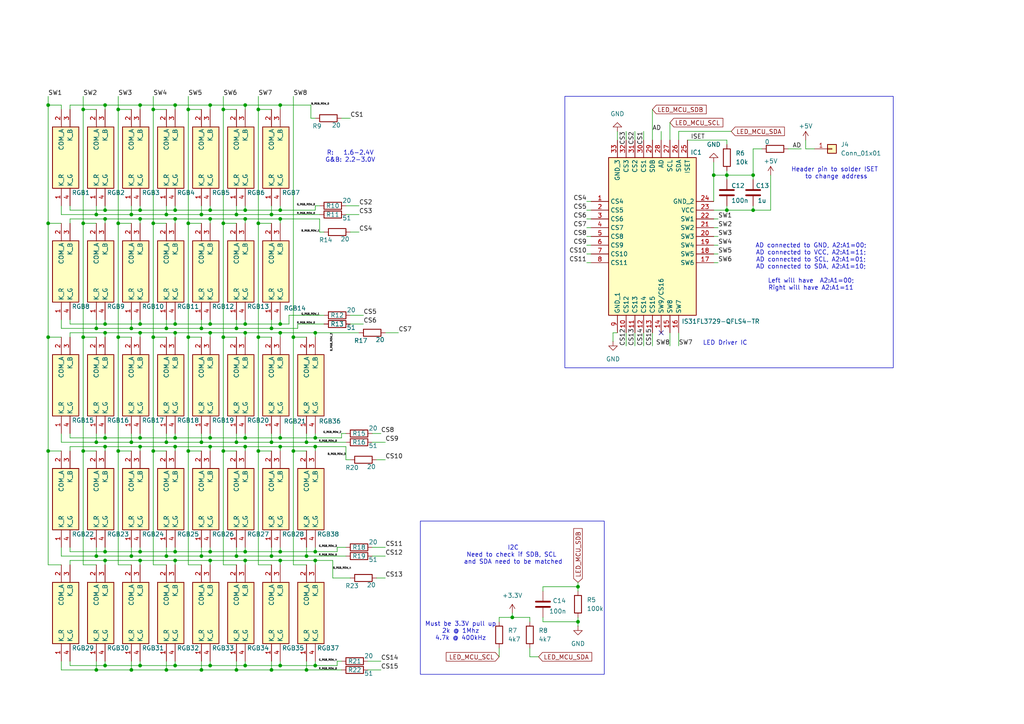
<source format=kicad_sch>
(kicad_sch (version 20250114) (generator "eeschema") (generator_version "9.0")
  (paper "A4")
  (title_block (title "TheFalcon[Left["))
  (rectangle (start 121.92 151.13) (end 175.26 195.58))
  (rectangle (start 163.83 27.94) (end 259.08 106.68))
  (text "AD connected to GND, A2:A1=00;\nAD connected to VCC, A2:A1=11;\nAD connected to SCL, A2:A1=01;\nAD connected to SDA, A2:A1=10;\n\nLeft will have  A2:A1=00;\nRight will have A2:A1=11" (at 235.204 77.47 0) (effects (font (size 1.27 1.27))))
  (text "Must be 3.3V pull up\n2k @ 1Mhz\n4.7k @ 400kHz\n" (at 133.604 183.134 0) (effects (font (size 1.27 1.27))))
  (text "I2C\nNeed to check if SDB, SCL \nand SDA need to be matched" (at 148.844 161.036 0) (effects (font (size 1.27 1.27))))
  (text "LED Driver IC\n" (at 210.312 99.568 0) (effects (font (size 1.27 1.27))))
  (text "Header pin to solder ISET \nto change address" (at 242.57 50.292 0) (effects (font (size 1.27 1.27))))
  (text "R:   1.6-2.4V\nG&B: 2.2-3.0V" (at 101.6 45.466 0) (effects (font (size 1.27 1.27))))
  (junction (at 40.64 93.98))
  (junction (at 40.64 160.02))
  (junction (at 40.64 162.56))
  (junction (at 64.77 31.75))
  (junction (at 64.77 64.77))
  (junction (at 71.12 63.5))
  (junction (at 81.28 127))
  (junction (at 91.44 162.56))
  (junction (at 13.97 130.81))
  (junction (at 68.58 161.29))
  (junction (at 38.1 194.31))
  (junction (at 44.45 31.75))
  (junction (at 34.29 64.77))
  (junction (at 81.28 63.5))
  (junction (at 78.74 161.29))
  (junction (at 64.77 130.81))
  (junction (at 13.97 97.79))
  (junction (at 44.45 64.77))
  (junction (at 167.64 170.18))
  (junction (at 78.74 95.25))
  (junction (at 24.13 97.79))
  (junction (at 81.28 30.48))
  (junction (at 71.12 127))
  (junction (at 34.29 31.75))
  (junction (at 210.82 60.96))
  (junction (at 58.42 62.23))
  (junction (at 81.28 129.54))
  (junction (at 60.96 193.04))
  (junction (at 71.12 93.98))
  (junction (at 40.64 129.54))
  (junction (at 71.12 30.48))
  (junction (at 30.48 63.5))
  (junction (at 30.48 30.48))
  (junction (at 40.64 96.52))
  (junction (at 50.8 96.52))
  (junction (at 58.42 128.27))
  (junction (at 34.29 97.79))
  (junction (at 71.12 60.96))
  (junction (at 27.94 95.25))
  (junction (at 38.1 62.23))
  (junction (at 60.96 160.02))
  (junction (at 38.1 95.25))
  (junction (at 27.94 161.29))
  (junction (at 60.96 63.5))
  (junction (at 71.12 96.52))
  (junction (at 88.9 161.29))
  (junction (at 48.26 62.23))
  (junction (at 68.58 95.25))
  (junction (at 60.96 129.54))
  (junction (at 85.09 97.79))
  (junction (at 44.45 130.81))
  (junction (at 38.1 128.27))
  (junction (at 30.48 96.52))
  (junction (at 210.82 50.8))
  (junction (at 50.8 63.5))
  (junction (at 48.26 128.27))
  (junction (at 91.44 193.04))
  (junction (at 50.8 30.48))
  (junction (at 54.61 97.79))
  (junction (at 50.8 93.98))
  (junction (at 24.13 64.77))
  (junction (at 50.8 60.96))
  (junction (at 60.96 127))
  (junction (at 48.26 194.31))
  (junction (at 48.26 95.25))
  (junction (at 88.9 194.31))
  (junction (at 50.8 127))
  (junction (at 38.1 161.29))
  (junction (at 81.28 162.56))
  (junction (at 50.8 162.56))
  (junction (at 78.74 62.23))
  (junction (at 27.94 128.27))
  (junction (at 34.29 130.81))
  (junction (at 30.48 193.04))
  (junction (at 71.12 193.04))
  (junction (at 78.74 128.27))
  (junction (at 30.48 60.96))
  (junction (at 24.13 31.75))
  (junction (at 74.93 64.77))
  (junction (at 40.64 30.48))
  (junction (at 218.44 50.8))
  (junction (at 88.9 128.27))
  (junction (at 27.94 194.31))
  (junction (at 60.96 96.52))
  (junction (at 30.48 162.56))
  (junction (at 81.28 96.52))
  (junction (at 27.94 62.23))
  (junction (at 68.58 128.27))
  (junction (at 60.96 162.56))
  (junction (at 78.74 194.31))
  (junction (at 74.93 97.79))
  (junction (at 167.64 180.34))
  (junction (at 60.96 60.96))
  (junction (at 68.58 62.23))
  (junction (at 13.97 30.48))
  (junction (at 218.44 60.96))
  (junction (at 85.09 130.81))
  (junction (at 30.48 93.98))
  (junction (at 54.61 31.75))
  (junction (at 64.77 97.79))
  (junction (at 60.96 30.48))
  (junction (at 91.44 160.02))
  (junction (at 40.64 193.04))
  (junction (at 44.45 97.79))
  (junction (at 30.48 127))
  (junction (at 58.42 194.31))
  (junction (at 74.93 31.75))
  (junction (at 71.12 160.02))
  (junction (at 50.8 193.04))
  (junction (at 91.44 127))
  (junction (at 58.42 95.25))
  (junction (at 50.8 129.54))
  (junction (at 13.97 64.77))
  (junction (at 58.42 161.29))
  (junction (at 24.13 130.81))
  (junction (at 71.12 162.56))
  (junction (at 50.8 160.02))
  (junction (at 60.96 93.98))
  (junction (at 54.61 130.81))
  (junction (at 48.26 161.29))
  (junction (at 40.64 60.96))
  (junction (at 81.28 160.02))
  (junction (at 207.01 50.8))
  (junction (at 68.58 194.31))
  (junction (at 30.48 160.02))
  (junction (at 91.44 129.54))
  (junction (at 54.61 64.77))
  (junction (at 40.64 127))
  (junction (at 81.28 60.96))
  (junction (at 40.64 63.5))
  (junction (at 148.59 179.07))
  (junction (at 74.93 130.81))
  (junction (at 71.12 129.54))
  (junction (at 81.28 93.98))
  (junction (at 81.28 193.04))
  (junction (at 91.44 96.52))
  (junction (at 30.48 129.54))
  (no_connect (at 191.77 96.52))
  (wire (pts (xy 232.41 43.18) (xy 228.6 43.18)))
  (wire (pts (xy 107.95 125.73) (xy 110.49 125.73)))
  (wire (pts (xy 13.97 64.77) (xy 17.78 64.77)))
  (wire (pts (xy 81.28 92.71) (xy 81.28 93.98)))
  (wire (pts (xy 20.32 63.5) (xy 30.48 63.5)))
  (wire (pts (xy 30.48 63.5) (xy 30.48 64.77)))
  (wire (pts (xy 78.74 161.29) (xy 88.9 161.29)))
  (wire (pts (xy 60.96 125.73) (xy 60.96 127)))
  (wire (pts (xy 34.29 97.79) (xy 38.1 97.79)))
  (wire (pts (xy 24.13 163.83) (xy 27.94 163.83)))
  (wire (pts (xy 30.48 93.98) (xy 40.64 93.98)))
  (wire (pts (xy 78.74 59.69) (xy 78.74 62.23)))
  (wire (pts (xy 44.45 163.83) (xy 44.45 130.81)))
  (wire (pts (xy 30.48 96.52) (xy 40.64 96.52)))
  (wire (pts (xy 60.96 96.52) (xy 60.96 97.79)))
  (wire (pts (xy 60.96 193.04) (xy 71.12 193.04)))
  (wire (pts (xy 218.44 50.8) (xy 218.44 52.07)))
  (wire (pts (xy 111.76 167.64) (xy 109.22 167.64)))
  (wire (pts (xy 58.42 128.27) (xy 68.58 128.27)))
  (wire (pts (xy 20.32 96.52) (xy 30.48 96.52)))
  (wire (pts (xy 60.96 93.98) (xy 71.12 93.98)))
  (wire (pts (xy 207.01 46.99) (xy 207.01 50.8)))
  (wire (pts (xy 60.96 158.75) (xy 60.96 160.02)))
  (wire (pts (xy 60.96 129.54) (xy 71.12 129.54)))
  (wire (pts (xy 24.13 97.79) (xy 27.94 97.79)))
  (wire (pts (xy 91.44 60.96) (xy 91.44 59.69)))
  (wire (pts (xy 38.1 125.73) (xy 38.1 128.27)))
  (wire (pts (xy 58.42 62.23) (xy 68.58 62.23)))
  (wire (pts (xy 60.96 127) (xy 71.12 127)))
  (wire (pts (xy 60.96 129.54) (xy 60.96 130.81)))
  (wire (pts (xy 44.45 31.75) (xy 48.26 31.75)))
  (wire (pts (xy 148.59 179.07) (xy 153.67 179.07)))
  (wire (pts (xy 100.33 59.69) (xy 104.14 59.69)))
  (wire (pts (xy 50.8 30.48) (xy 60.96 30.48)))
  (wire (pts (xy 60.96 30.48) (xy 71.12 30.48)))
  (wire (pts (xy 81.28 60.96) (xy 91.44 60.96)))
  (wire (pts (xy 90.17 34.29) (xy 90.17 30.48)))
  (wire (pts (xy 68.58 59.69) (xy 68.58 62.23)))
  (wire (pts (xy 20.32 129.54) (xy 30.48 129.54)))
  (wire (pts (xy 54.61 64.77) (xy 54.61 97.79)))
  (wire (pts (xy 207.01 60.96) (xy 210.82 60.96)))
  (wire (pts (xy 157.48 179.07) (xy 157.48 180.34)))
  (wire (pts (xy 58.42 194.31) (xy 68.58 194.31)))
  (wire (pts (xy 20.32 162.56) (xy 20.32 163.83)))
  (wire (pts (xy 24.13 31.75) (xy 27.94 31.75)))
  (wire (pts (xy 81.28 127) (xy 91.44 127)))
  (wire (pts (xy 208.28 63.5) (xy 207.01 63.5)))
  (wire (pts (xy 85.09 27.94) (xy 85.09 97.79)))
  (wire (pts (xy 91.44 34.29) (xy 90.17 34.29)))
  (wire (pts (xy 210.82 50.8) (xy 218.44 50.8)))
  (wire (pts (xy 48.26 59.69) (xy 48.26 62.23)))
  (wire (pts (xy 207.01 50.8) (xy 207.01 58.42)))
  (wire (pts (xy 34.29 130.81) (xy 38.1 130.81)))
  (wire (pts (xy 170.18 68.58) (xy 171.45 68.58)))
  (wire (pts (xy 81.28 193.04) (xy 91.44 193.04)))
  (wire (pts (xy 40.64 193.04) (xy 50.8 193.04)))
  (wire (pts (xy 50.8 193.04) (xy 60.96 193.04)))
  (wire (pts (xy 196.85 100.33) (xy 196.85 96.52)))
  (wire (pts (xy 27.94 158.75) (xy 27.94 161.29)))
  (wire (pts (xy 68.58 62.23) (xy 78.74 62.23)))
  (wire (pts (xy 30.48 158.75) (xy 30.48 160.02)))
  (wire (pts (xy 68.58 194.31) (xy 78.74 194.31)))
  (wire (pts (xy 167.64 179.07) (xy 167.64 180.34)))
  (wire (pts (xy 27.94 59.69) (xy 27.94 62.23)))
  (wire (pts (xy 30.48 92.71) (xy 30.48 93.98)))
  (wire (pts (xy 218.44 43.18) (xy 218.44 50.8)))
  (wire (pts (xy 74.93 97.79) (xy 74.93 130.81)))
  (wire (pts (xy 40.64 96.52) (xy 50.8 96.52)))
  (wire (pts (xy 48.26 62.23) (xy 58.42 62.23)))
  (wire (pts (xy 20.32 60.96) (xy 30.48 60.96)))
  (wire (pts (xy 88.9 194.31) (xy 99.06 194.31)))
  (wire (pts (xy 170.18 58.42) (xy 171.45 58.42)))
  (wire (pts (xy 58.42 161.29) (xy 68.58 161.29)))
  (wire (pts (xy 27.94 125.73) (xy 27.94 128.27)))
  (wire (pts (xy 60.96 191.77) (xy 60.96 193.04)))
  (wire (pts (xy 34.29 64.77) (xy 38.1 64.77)))
  (wire (pts (xy 68.58 92.71) (xy 68.58 95.25)))
  (wire (pts (xy 71.12 59.69) (xy 71.12 60.96)))
  (wire (pts (xy 210.82 60.96) (xy 218.44 60.96)))
  (wire (pts (xy 210.82 41.91) (xy 210.82 40.64)))
  (wire (pts (xy 99.06 127) (xy 99.06 125.73)))
  (wire (pts (xy 54.61 130.81) (xy 58.42 130.81)))
  (wire (pts (xy 40.64 59.69) (xy 40.64 60.96)))
  (wire (pts (xy 20.32 162.56) (xy 30.48 162.56)))
  (wire (pts (xy 189.23 31.75) (xy 189.23 40.64)))
  (wire (pts (xy 97.79 158.75) (xy 100.33 158.75)))
  (wire (pts (xy 71.12 129.54) (xy 81.28 129.54)))
  (wire (pts (xy 40.64 63.5) (xy 50.8 63.5)))
  (wire (pts (xy 30.48 127) (xy 40.64 127)))
  (wire (pts (xy 64.77 97.79) (xy 64.77 130.81)))
  (wire (pts (xy 44.45 130.81) (xy 44.45 97.79)))
  (wire (pts (xy 207.01 50.8) (xy 210.82 50.8)))
  (wire (pts (xy 50.8 127) (xy 60.96 127)))
  (wire (pts (xy 85.09 97.79) (xy 85.09 130.81)))
  (wire (pts (xy 85.09 130.81) (xy 88.9 130.81)))
  (wire (pts (xy 30.48 96.52) (xy 30.48 97.79)))
  (wire (pts (xy 64.77 64.77) (xy 64.77 97.79)))
  (wire (pts (xy 91.44 191.77) (xy 91.44 193.04)))
  (wire (pts (xy 50.8 129.54) (xy 50.8 130.81)))
  (wire (pts (xy 68.58 191.77) (xy 68.58 194.31)))
  (wire (pts (xy 91.44 193.04) (xy 97.79 193.04)))
  (wire (pts (xy 199.39 40.64) (xy 210.82 40.64)))
  (wire (pts (xy 74.93 97.79) (xy 78.74 97.79)))
  (wire (pts (xy 20.32 63.5) (xy 20.32 64.77)))
  (wire (pts (xy 208.28 68.58) (xy 207.01 68.58)))
  (wire (pts (xy 186.69 100.33) (xy 186.69 96.52)))
  (wire (pts (xy 170.18 66.04) (xy 171.45 66.04)))
  (wire (pts (xy 54.61 97.79) (xy 54.61 130.81)))
  (wire (pts (xy 218.44 43.18) (xy 220.98 43.18)))
  (wire (pts (xy 54.61 31.75) (xy 58.42 31.75)))
  (wire (pts (xy 64.77 163.83) (xy 68.58 163.83)))
  (wire (pts (xy 54.61 97.79) (xy 58.42 97.79)))
  (wire (pts (xy 20.32 127) (xy 30.48 127)))
  (wire (pts (xy 81.28 162.56) (xy 91.44 162.56)))
  (wire (pts (xy 17.78 59.69) (xy 17.78 62.23)))
  (wire (pts (xy 40.64 30.48) (xy 50.8 30.48)))
  (wire (pts (xy 189.23 100.33) (xy 189.23 96.52)))
  (wire (pts (xy 50.8 59.69) (xy 50.8 60.96)))
  (wire (pts (xy 88.9 161.29) (xy 100.33 161.29)))
  (wire (pts (xy 68.58 95.25) (xy 78.74 95.25)))
  (wire (pts (xy 78.74 158.75) (xy 78.74 161.29)))
  (wire (pts (xy 40.64 191.77) (xy 40.64 193.04)))
  (wire (pts (xy 20.32 129.54) (xy 20.32 130.81)))
  (wire (pts (xy 71.12 125.73) (xy 71.12 127)))
  (wire (pts (xy 144.78 187.96) (xy 144.78 190.5)))
  (wire (pts (xy 40.64 129.54) (xy 50.8 129.54)))
  (wire (pts (xy 91.44 129.54) (xy 100.33 129.54)))
  (wire (pts (xy 13.97 97.79) (xy 13.97 130.81)))
  (wire (pts (xy 86.36 95.25) (xy 86.36 93.98)))
  (wire (pts (xy 50.8 162.56) (xy 50.8 163.83)))
  (wire (pts (xy 54.61 31.75) (xy 54.61 64.77)))
  (wire (pts (xy 97.79 193.04) (xy 97.79 191.77)))
  (wire (pts (xy 54.61 27.94) (xy 54.61 31.75)))
  (wire (pts (xy 91.44 162.56) (xy 91.44 163.83)))
  (wire (pts (xy 88.9 158.75) (xy 88.9 161.29)))
  (wire (pts (xy 144.78 180.34) (xy 144.78 179.07)))
  (wire (pts (xy 68.58 128.27) (xy 78.74 128.27)))
  (wire (pts (xy 74.93 130.81) (xy 78.74 130.81)))
  (wire (pts (xy 88.9 128.27) (xy 100.33 128.27)))
  (wire (pts (xy 38.1 128.27) (xy 48.26 128.27)))
  (wire (pts (xy 148.59 177.8) (xy 148.59 179.07)))
  (wire (pts (xy 170.18 63.5) (xy 171.45 63.5)))
  (wire (pts (xy 106.68 191.77) (xy 110.49 191.77)))
  (wire (pts (xy 86.36 93.98) (xy 93.98 93.98)))
  (wire (pts (xy 210.82 49.53) (xy 210.82 50.8)))
  (wire (pts (xy 71.12 162.56) (xy 71.12 163.83)))
  (wire (pts (xy 30.48 129.54) (xy 30.48 130.81)))
  (wire (pts (xy 48.26 125.73) (xy 48.26 128.27)))
  (wire (pts (xy 40.64 125.73) (xy 40.64 127)))
  (wire (pts (xy 34.29 31.75) (xy 34.29 64.77)))
  (wire (pts (xy 177.8 99.06) (xy 177.8 96.52)))
  (wire (pts (xy 40.64 93.98) (xy 50.8 93.98)))
  (wire (pts (xy 60.96 160.02) (xy 71.12 160.02)))
  (wire (pts (xy 13.97 163.83) (xy 17.78 163.83)))
  (wire (pts (xy 38.1 191.77) (xy 38.1 194.31)))
  (wire (pts (xy 78.74 194.31) (xy 88.9 194.31)))
  (wire (pts (xy 50.8 96.52) (xy 50.8 97.79)))
  (wire (pts (xy 48.26 191.77) (xy 48.26 194.31)))
  (wire (pts (xy 81.28 63.5) (xy 81.28 64.77)))
  (wire (pts (xy 40.64 158.75) (xy 40.64 160.02)))
  (wire (pts (xy 74.93 163.83) (xy 78.74 163.83)))
  (wire (pts (xy 91.44 127) (xy 99.06 127)))
  (wire (pts (xy 81.28 59.69) (xy 81.28 60.96)))
  (wire (pts (xy 34.29 97.79) (xy 34.29 130.81)))
  (wire (pts (xy 24.13 27.94) (xy 24.13 31.75)))
  (wire (pts (xy 17.78 191.77) (xy 17.78 194.31)))
  (wire (pts (xy 71.12 30.48) (xy 81.28 30.48)))
  (wire (pts (xy 78.74 128.27) (xy 88.9 128.27)))
  (wire (pts (xy 30.48 59.69) (xy 30.48 60.96)))
  (wire (pts (xy 48.26 163.83) (xy 44.45 163.83)))
  (wire (pts (xy 81.28 129.54) (xy 81.28 130.81)))
  (wire (pts (xy 30.48 162.56) (xy 30.48 163.83)))
  (wire (pts (xy 30.48 125.73) (xy 30.48 127)))
  (wire (pts (xy 60.96 30.48) (xy 60.96 31.75)))
  (wire (pts (xy 207.01 71.12) (xy 208.28 71.12)))
  (wire (pts (xy 81.28 162.56) (xy 81.28 163.83)))
  (wire (pts (xy 71.12 93.98) (xy 81.28 93.98)))
  (wire (pts (xy 40.64 162.56) (xy 40.64 163.83)))
  (wire (pts (xy 34.29 130.81) (xy 34.29 163.83)))
  (wire (pts (xy 74.93 64.77) (xy 78.74 64.77)))
  (wire (pts (xy 30.48 60.96) (xy 40.64 60.96)))
  (wire (pts (xy 50.8 129.54) (xy 60.96 129.54)))
  (wire (pts (xy 71.12 193.04) (xy 81.28 193.04)))
  (wire (pts (xy 50.8 158.75) (xy 50.8 160.02)))
  (wire (pts (xy 157.48 170.18) (xy 157.48 171.45)))
  (wire (pts (xy 48.26 194.31) (xy 58.42 194.31)))
  (wire (pts (xy 83.82 91.44) (xy 93.98 91.44)))
  (wire (pts (xy 81.28 93.98) (xy 83.82 93.98)))
  (wire (pts (xy 44.45 97.79) (xy 48.26 97.79)))
  (wire (pts (xy 68.58 158.75) (xy 68.58 161.29)))
  (wire (pts (xy 50.8 63.5) (xy 50.8 64.77)))
  (wire (pts (xy 13.97 130.81) (xy 13.97 163.83)))
  (wire (pts (xy 50.8 160.02) (xy 60.96 160.02)))
  (wire (pts (xy 100.33 133.35) (xy 100.33 129.54)))
  (wire (pts (xy 81.28 158.75) (xy 81.28 160.02)))
  (wire (pts (xy 184.15 100.33) (xy 184.15 96.52)))
  (wire (pts (xy 71.12 30.48) (xy 71.12 31.75)))
  (wire (pts (xy 97.79 191.77) (xy 99.06 191.77)))
  (wire (pts (xy 44.45 64.77) (xy 48.26 64.77)))
  (wire (pts (xy 88.9 191.77) (xy 88.9 194.31)))
  (wire (pts (xy 64.77 64.77) (xy 68.58 64.77)))
  (wire (pts (xy 91.44 96.52) (xy 91.44 97.79)))
  (wire (pts (xy 212.09 38.1) (xy 196.85 38.1)))
  (wire (pts (xy 167.64 170.18) (xy 167.64 171.45)))
  (wire (pts (xy 40.64 60.96) (xy 50.8 60.96)))
  (wire (pts (xy 208.28 76.2) (xy 207.01 76.2)))
  (wire (pts (xy 27.94 191.77) (xy 27.94 194.31)))
  (wire (pts (xy 64.77 31.75) (xy 68.58 31.75)))
  (wire (pts (xy 17.78 62.23) (xy 27.94 62.23)))
  (wire (pts (xy 34.29 163.83) (xy 38.1 163.83)))
  (wire (pts (xy 64.77 31.75) (xy 64.77 64.77)))
  (wire (pts (xy 68.58 161.29) (xy 78.74 161.29)))
  (wire (pts (xy 50.8 125.73) (xy 50.8 127)))
  (wire (pts (xy 97.79 160.02) (xy 97.79 158.75)))
  (wire (pts (xy 85.09 163.83) (xy 88.9 163.83)))
  (wire (pts (xy 27.94 194.31) (xy 38.1 194.31)))
  (wire (pts (xy 40.64 92.71) (xy 40.64 93.98)))
  (wire (pts (xy 233.68 43.18) (xy 233.68 40.64)))
  (wire (pts (xy 20.32 96.52) (xy 20.32 97.79)))
  (wire (pts (xy 38.1 62.23) (xy 48.26 62.23)))
  (wire (pts (xy 60.96 162.56) (xy 71.12 162.56)))
  (wire (pts (xy 44.45 27.94) (xy 44.45 31.75)))
  (wire (pts (xy 40.64 30.48) (xy 40.64 31.75)))
  (wire (pts (xy 30.48 63.5) (xy 40.64 63.5)))
  (wire (pts (xy 30.48 30.48) (xy 30.48 31.75)))
  (wire (pts (xy 101.6 167.64) (xy 96.52 167.64)))
  (wire (pts (xy 167.64 168.91) (xy 167.64 170.18)))
  (wire (pts (xy 38.1 161.29) (xy 48.26 161.29)))
  (wire (pts (xy 24.13 130.81) (xy 24.13 163.83)))
  (wire (pts (xy 44.45 64.77) (xy 44.45 31.75)))
  (wire (pts (xy 71.12 63.5) (xy 81.28 63.5)))
  (wire (pts (xy 24.13 64.77) (xy 24.13 97.79)))
  (wire (pts (xy 157.48 170.18) (xy 167.64 170.18)))
  (wire (pts (xy 27.94 92.71) (xy 27.94 95.25)))
  (wire (pts (xy 54.61 64.77) (xy 58.42 64.77)))
  (wire (pts (xy 40.64 63.5) (xy 40.64 64.77)))
  (wire (pts (xy 71.12 60.96) (xy 81.28 60.96)))
  (wire (pts (xy 81.28 30.48) (xy 90.17 30.48)))
  (wire (pts (xy 78.74 191.77) (xy 78.74 194.31)))
  (wire (pts (xy 38.1 194.31) (xy 48.26 194.31)))
  (wire (pts (xy 17.78 161.29) (xy 27.94 161.29)))
  (wire (pts (xy 64.77 27.94) (xy 64.77 31.75)))
  (wire (pts (xy 58.42 125.73) (xy 58.42 128.27)))
  (wire (pts (xy 91.44 130.81) (xy 91.44 129.54)))
  (wire (pts (xy 71.12 129.54) (xy 71.12 130.81)))
  (wire (pts (xy 54.61 130.81) (xy 54.61 163.83)))
  (wire (pts (xy 17.78 158.75) (xy 17.78 161.29)))
  (wire (pts (xy 20.32 191.77) (xy 20.32 193.04)))
  (wire (pts (xy 236.22 43.18) (xy 233.68 43.18)))
  (wire (pts (xy 144.78 179.07) (xy 148.59 179.07)))
  (wire (pts (xy 81.28 125.73) (xy 81.28 127)))
  (wire (pts (xy 48.26 92.71) (xy 48.26 95.25)))
  (wire (pts (xy 100.33 62.23) (xy 104.14 62.23)))
  (wire (pts (xy 20.32 92.71) (xy 20.32 93.98)))
  (wire (pts (xy 50.8 96.52) (xy 60.96 96.52)))
  (wire (pts (xy 179.07 38.1) (xy 179.07 40.64)))
  (wire (pts (xy 17.78 125.73) (xy 17.78 128.27)))
  (wire (pts (xy 88.9 125.73) (xy 88.9 128.27)))
  (wire (pts (xy 48.26 158.75) (xy 48.26 161.29)))
  (wire (pts (xy 20.32 160.02) (xy 30.48 160.02)))
  (wire (pts (xy 27.94 62.23) (xy 38.1 62.23)))
  (wire (pts (xy 38.1 158.75) (xy 38.1 161.29)))
  (wire (pts (xy 71.12 63.5) (xy 71.12 64.77)))
  (wire (pts (xy 181.61 100.33) (xy 181.61 96.52)))
  (wire (pts (xy 74.93 31.75) (xy 74.93 64.77)))
  (wire (pts (xy 27.94 128.27) (xy 38.1 128.27)))
  (wire (pts (xy 170.18 76.2) (xy 171.45 76.2)))
  (wire (pts (xy 58.42 191.77) (xy 58.42 194.31)))
  (wire (pts (xy 208.28 66.04) (xy 207.01 66.04)))
  (wire (pts (xy 194.31 35.56) (xy 194.31 40.64)))
  (wire (pts (xy 81.28 30.48) (xy 81.28 31.75)))
  (wire (pts (xy 64.77 130.81) (xy 68.58 130.81)))
  (wire (pts (xy 91.44 125.73) (xy 91.44 127)))
  (wire (pts (xy 40.64 96.52) (xy 40.64 97.79)))
  (wire (pts (xy 60.96 96.52) (xy 71.12 96.52)))
  (wire (pts (xy 101.6 93.98) (xy 105.41 93.98)))
  (wire (pts (xy 170.18 60.96) (xy 171.45 60.96)))
  (wire (pts (xy 71.12 96.52) (xy 71.12 97.79)))
  (wire (pts (xy 107.95 161.29) (xy 111.76 161.29)))
  (wire (pts (xy 196.85 38.1) (xy 196.85 40.64)))
  (wire (pts (xy 40.64 127) (xy 50.8 127)))
  (wire (pts (xy 106.68 194.31) (xy 110.49 194.31)))
  (wire (pts (xy 20.32 193.04) (xy 30.48 193.04)))
  (wire (pts (xy 50.8 93.98) (xy 60.96 93.98)))
  (wire (pts (xy 20.32 93.98) (xy 30.48 93.98)))
  (wire (pts (xy 40.64 162.56) (xy 50.8 162.56)))
  (wire (pts (xy 30.48 160.02) (xy 40.64 160.02)))
  (wire (pts (xy 218.44 60.96) (xy 223.52 60.96)))
  (wire (pts (xy 24.13 31.75) (xy 24.13 64.77)))
  (wire (pts (xy 92.71 67.31) (xy 92.71 63.5)))
  (wire (pts (xy 88.9 97.79) (xy 85.09 97.79)))
  (wire (pts (xy 30.48 162.56) (xy 40.64 162.56)))
  (wire (pts (xy 78.74 62.23) (xy 92.71 62.23)))
  (wire (pts (xy 81.28 129.54) (xy 91.44 129.54)))
  (wire (pts (xy 17.78 128.27) (xy 27.94 128.27)))
  (wire (pts (xy 20.32 158.75) (xy 20.32 160.02)))
  (wire (pts (xy 17.78 194.31) (xy 27.94 194.31)))
  (wire (pts (xy 58.42 92.71) (xy 58.42 95.25)))
  (wire (pts (xy 34.29 31.75) (xy 38.1 31.75)))
  (wire (pts (xy 210.82 60.96) (xy 210.82 59.69)))
  (wire (pts (xy 71.12 127) (xy 81.28 127)))
  (wire (pts (xy 50.8 60.96) (xy 60.96 60.96)))
  (wire (pts (xy 153.67 187.96) (xy 153.67 190.5)))
  (wire (pts (xy 13.97 27.94) (xy 13.97 30.48)))
  (wire (pts (xy 81.28 160.02) (xy 91.44 160.02)))
  (wire (pts (xy 111.76 133.35) (xy 109.22 133.35)))
  (wire (pts (xy 48.26 128.27) (xy 58.42 128.27)))
  (wire (pts (xy 34.29 64.77) (xy 34.29 97.79)))
  (wire (pts (xy 13.97 130.81) (xy 17.78 130.81)))
  (wire (pts (xy 184.15 38.1) (xy 184.15 40.64)))
  (wire (pts (xy 30.48 193.04) (xy 40.64 193.04)))
  (wire (pts (xy 64.77 97.79) (xy 68.58 97.79)))
  (wire (pts (xy 78.74 92.71) (xy 78.74 95.25)))
  (wire (pts (xy 71.12 191.77) (xy 71.12 193.04)))
  (wire (pts (xy 194.31 100.33) (xy 194.31 96.52)))
  (wire (pts (xy 91.44 160.02) (xy 97.79 160.02)))
  (wire (pts (xy 38.1 95.25) (xy 48.26 95.25)))
  (wire (pts (xy 93.98 67.31) (xy 92.71 67.31)))
  (wire (pts (xy 74.93 27.94) (xy 74.93 31.75)))
  (wire (pts (xy 223.52 50.8) (xy 223.52 60.96)))
  (wire (pts (xy 85.09 130.81) (xy 85.09 163.83)))
  (wire (pts (xy 13.97 64.77) (xy 13.97 97.79)))
  (wire (pts (xy 91.44 96.52) (xy 104.14 96.52)))
  (wire (pts (xy 78.74 125.73) (xy 78.74 128.27)))
  (wire (pts (xy 71.12 92.71) (xy 71.12 93.98)))
  (wire (pts (xy 20.32 30.48) (xy 20.32 31.75)))
  (wire (pts (xy 58.42 59.69) (xy 58.42 62.23)))
  (wire (pts (xy 81.28 96.52) (xy 91.44 96.52)))
  (wire (pts (xy 71.12 160.02) (xy 81.28 160.02)))
  (wire (pts (xy 60.96 92.71) (xy 60.96 93.98)))
  (wire (pts (xy 50.8 162.56) (xy 60.96 162.56)))
  (wire (pts (xy 58.42 158.75) (xy 58.42 161.29)))
  (wire (pts (xy 107.95 128.27) (xy 111.76 128.27)))
  (wire (pts (xy 17.78 92.71) (xy 17.78 95.25)))
  (wire (pts (xy 48.26 95.25) (xy 58.42 95.25)))
  (wire (pts (xy 101.6 91.44) (xy 105.41 91.44)))
  (wire (pts (xy 91.44 162.56) (xy 96.52 162.56)))
  (wire (pts (xy 101.6 133.35) (xy 100.33 133.35)))
  (wire (pts (xy 210.82 52.07) (xy 210.82 50.8)))
  (wire (pts (xy 40.64 160.02) (xy 50.8 160.02)))
  (wire (pts (xy 20.32 59.69) (xy 20.32 60.96)))
  (wire (pts (xy 50.8 30.48) (xy 50.8 31.75)))
  (wire (pts (xy 64.77 130.81) (xy 64.77 163.83)))
  (wire (pts (xy 91.44 59.69) (xy 92.71 59.69)))
  (wire (pts (xy 104.14 67.31) (xy 101.6 67.31)))
  (wire (pts (xy 60.96 162.56) (xy 60.96 163.83)))
  (wire (pts (xy 48.26 161.29) (xy 58.42 161.29)))
  (wire (pts (xy 81.28 63.5) (xy 92.71 63.5)))
  (wire (pts (xy 71.12 158.75) (xy 71.12 160.02)))
  (wire (pts (xy 157.48 180.34) (xy 167.64 180.34)))
  (wire (pts (xy 13.97 97.79) (xy 17.78 97.79)))
  (wire (pts (xy 111.76 96.52) (xy 115.57 96.52)))
  (wire (pts (xy 38.1 59.69) (xy 38.1 62.23)))
  (wire (pts (xy 27.94 161.29) (xy 38.1 161.29)))
  (wire (pts (xy 81.28 191.77) (xy 81.28 193.04)))
  (wire (pts (xy 71.12 96.52) (xy 81.28 96.52)))
  (wire (pts (xy 60.96 63.5) (xy 71.12 63.5)))
  (wire (pts (xy 17.78 95.25) (xy 27.94 95.25)))
  (wire (pts (xy 54.61 163.83) (xy 58.42 163.83)))
  (wire (pts (xy 13.97 30.48) (xy 13.97 64.77)))
  (wire (pts (xy 107.95 158.75) (xy 111.76 158.75)))
  (wire (pts (xy 20.32 30.48) (xy 30.48 30.48)))
  (wire (pts (xy 96.52 167.64) (xy 96.52 162.56)))
  (wire (pts (xy 191.77 38.1) (xy 191.77 40.64)))
  (wire (pts (xy 153.67 179.07) (xy 153.67 180.34)))
  (wire (pts (xy 167.64 180.34) (xy 167.64 181.61)))
  (wire (pts (xy 74.93 64.77) (xy 74.93 97.79)))
  (wire (pts (xy 24.13 130.81) (xy 27.94 130.81)))
  (wire (pts (xy 170.18 71.12) (xy 171.45 71.12)))
  (wire (pts (xy 170.18 73.66) (xy 171.45 73.66)))
  (wire (pts (xy 50.8 92.71) (xy 50.8 93.98)))
  (wire (pts (xy 60.96 60.96) (xy 71.12 60.96)))
  (wire (pts (xy 17.78 31.75) (xy 17.78 30.48)))
  (wire (pts (xy 58.42 95.25) (xy 68.58 95.25)))
  (wire (pts (xy 20.32 125.73) (xy 20.32 127)))
  (wire (pts (xy 74.93 31.75) (xy 78.74 31.75)))
  (wire (pts (xy 30.48 191.77) (xy 30.48 193.04)))
  (wire (pts (xy 34.29 27.94) (xy 34.29 31.75)))
  (wire (pts (xy 218.44 60.96) (xy 218.44 59.69)))
  (wire (pts (xy 177.8 96.52) (xy 179.07 96.52)))
  (wire (pts (xy 38.1 92.71) (xy 38.1 95.25)))
  (wire (pts (xy 101.6 34.29) (xy 99.06 34.29)))
  (wire (pts (xy 186.69 38.1) (xy 186.69 40.64)))
  (wire (pts (xy 24.13 97.79) (xy 24.13 130.81)))
  (wire (pts (xy 153.67 190.5) (xy 156.21 190.5)))
  (wire (pts (xy 99.06 125.73) (xy 100.33 125.73)))
  (wire (pts (xy 44.45 130.81) (xy 48.26 130.81)))
  (wire (pts (xy 24.13 64.77) (xy 27.94 64.77)))
  (wire (pts (xy 83.82 93.98) (xy 83.82 91.44)))
  (wire (pts (xy 68.58 125.73) (xy 68.58 128.27)))
  (wire (pts (xy 181.61 38.1) (xy 181.61 40.64)))
  (wire (pts (xy 50.8 191.77) (xy 50.8 193.04)))
  (wire (pts (xy 44.45 97.79) (xy 44.45 64.77)))
  (wire (pts (xy 50.8 63.5) (xy 60.96 63.5)))
  (wire (pts (xy 208.28 73.66) (xy 207.01 73.66)))
  (wire (pts (xy 27.94 95.25) (xy 38.1 95.25)))
  (wire (pts (xy 17.78 30.48) (xy 13.97 30.48)))
  (wire (pts (xy 40.64 129.54) (xy 40.64 130.81)))
  (wire (pts (xy 60.96 59.69) (xy 60.96 60.96)))
  (wire (pts (xy 30.48 129.54) (xy 40.64 129.54)))
  (wire (pts (xy 74.93 130.81) (xy 74.93 163.83)))
  (wire (pts (xy 30.48 30.48) (xy 40.64 30.48)))
  (wire (pts (xy 78.74 95.25) (xy 86.36 95.25)))
  (wire (pts (xy 71.12 162.56) (xy 81.28 162.56)))
  (wire (pts (xy 81.28 96.52) (xy 81.28 97.79)))
  (wire (pts (xy 91.44 158.75) (xy 91.44 160.02)))
  (wire (pts (xy 60.96 63.5) (xy 60.96 64.77)))
  (label "CS10" (at 111.76 133.35 0))
  (label "G_RGB_ROW_3" (at 97.79 158.75 180) (effects (font (size 0.5 0.5))))
  (label "SW8" (at 194.31 100.33 180))
  (label "G_RGB_ROW_4" (at 97.79 191.77 180) (effects (font (size 0.5 0.5))))
  (label "B_RGB_ROW_2" (at 96.52 96.52 270) (effects (font (size 0.5 0.5))))
  (label "CS13" (at 184.15 100.33 90))
  (label "R_RGB_ROW_0" (at 91.44 93.98 180) (effects (font (size 0.5 0.5))))
  (label "SW3" (at 208.28 68.58 0))
  (label "CS6" (at 105.41 93.98 0))
  (label "CS6" (at 170.18 63.5 180))
  (label "R_RGB_ROW_0" (at 91.44 62.23 180) (effects (font (size 0.5 0.5))))
  (label "CS9" (at 170.18 71.12 180))
  (label "AD" (at 191.77 38.1 180))
  (label "G_RGB_ROW_1" (at 92.71 91.44 180) (effects (font (size 0.5 0.5))))
  (label "CS1" (at 186.69 38.1 270))
  (label "SW5" (at 208.28 73.66 0))
  (label "CS7" (at 170.18 66.04 180))
  (label "G_RGB_ROW_2" (at 99.06 125.73 180) (effects (font (size 0.5 0.5))))
  (label "CS13" (at 111.76 167.64 0))
  (label "SW3" (at 34.29 27.94 0))
  (label "CS15" (at 110.49 194.31 0))
  (label "SW6" (at 208.28 76.2 0))
  (label "AD" (at 232.41 43.18 180))
  (label "CS3" (at 181.61 38.1 270))
  (label "CS12" (at 111.76 161.29 0))
  (label "SW6" (at 64.77 27.94 0))
  (label "CS4" (at 170.18 58.42 180))
  (label "SW4" (at 44.45 27.94 0))
  (label "CS3" (at 104.14 62.23 0))
  (label "CS4" (at 104.14 67.31 0))
  (label "CS10" (at 170.18 73.66 180))
  (label "SW5" (at 54.61 27.94 0))
  (label "CS5" (at 170.18 60.96 180))
  (label "B_RGB_ROW_4" (at 96.52 165.1 0) (effects (font (size 0.5 0.5))))
  (label "B_RGB_ROW_3" (at 100.33 132.08 180) (effects (font (size 0.5 0.5))))
  (label "CS12" (at 181.61 100.33 90))
  (label "CS14" (at 186.69 100.33 90))
  (label "SW2" (at 208.28 66.04 0))
  (label "CS7" (at 115.57 96.52 0))
  (label "SW2" (at 24.13 27.94 0))
  (label "CS2" (at 184.15 38.1 270))
  (label "B_RGB_ROW_1" (at 92.71 67.31 180) (effects (font (size 0.5 0.5))))
  (label "CS11" (at 111.76 158.75 0))
  (label "SW8" (at 85.09 27.94 0))
  (label "B_RGB_ROW_0" (at 90.17 30.48 0) (effects (font (size 0.5 0.5))))
  (label "CS8" (at 110.49 125.73 0))
  (label "ISET" (at 204.47 40.64 180))
  (label "CS1" (at 101.6 34.29 0))
  (label "SW7" (at 74.93 27.94 0))
  (label "CS15" (at 189.23 100.33 90))
  (label "SW7" (at 196.85 100.33 0))
  (label "CS5" (at 105.41 91.44 0))
  (label "CS11" (at 170.18 76.2 180))
  (label "R_RGB_ROW_0" (at 97.79 194.31 180) (effects (font (size 0.5 0.5))))
  (label "SW4" (at 208.28 71.12 0))
  (label "G_RGB_ROW_0" (at 91.44 59.69 180) (effects (font (size 0.5 0.5))))
  (label "CS14" (at 110.49 191.77 0))
  (label "CS8" (at 170.18 68.58 180))
  (label "R_RGB_ROW_0" (at 97.79 161.29 180) (effects (font (size 0.5 0.5))))
  (label "SW1" (at 208.28 63.5 0))
  (label "R_RGB_ROW_0" (at 97.79 128.27 180) (effects (font (size 0.5 0.5))))
  (label "CS2" (at 104.14 59.69 0))
  (label "CS9" (at 111.76 128.27 0))
  (label "SW1" (at 13.97 27.94 0))
  (global_label "LED_MCU_SCL" (shape input) (at 144.78 190.5 180) (property "Intersheetrefs" "${INTERSHEET_REFS}" (effects (hide yes))))
  (global_label "LED_MCU_SCL" (shape input) (at 194.31 35.56 0) (property "Intersheetrefs" "${INTERSHEET_REFS}" (effects (hide yes))))
  (global_label "LED_MCU_SDA" (shape input) (at 156.21 190.5 0) (property "Intersheetrefs" "${INTERSHEET_REFS}" (effects (hide yes))))
  (global_label "LED_MCU_SDB" (shape input) (at 167.64 168.91 90) (property "Intersheetrefs" "${INTERSHEET_REFS}" (effects (hide yes))))
  (global_label "LED_MCU_SDA" (shape input) (at 212.09 38.1 0) (property "Intersheetrefs" "${INTERSHEET_REFS}" (effects (hide yes))))
  (global_label "LED_MCU_SDB" (shape input) (at 189.23 31.75 0) (property "Intersheetrefs" "${INTERSHEET_REFS}" (effects (hide yes))))
  (symbol (lib_id "SamacSys_Parts:T36K3BGR-05D000121U1930") (at 20.32 97.79 270) (unit 1)
    (property "Reference" "RGB15" (at 20.828 121.92 90) (effects (justify left)))
    (property "Value" "T36K3BGR-05D000121U1930" (effects (hide yes)))
    (property "Footprint" "SamacSys_Parts:T36K3BGR05D000121U1930" (effects (hide yes)))
    (property "Datasheet" "https://media.digikey.com/pdf/Data%20Sheets/Harvatek%20PDFs/T36K3BGR-05D000121U1930%20V1.1.pdf" (effects (hide yes)))
    (property "Description" "Red, Green, Blue (RGB) LED Indication - Discrete 2V Red, 2.6V Green, 2.6V Blue 4-SMD, Flat Leads" (effects (hide yes)))
    (property "Height" "1.95" (effects (hide yes)))
    (property "Manufacturer_Name" "Harvatek" (effects (hide yes)))
    (property "Manufacturer_Part_Number" "T36K3BGR-05D000121U1930" (effects (hide yes)))
    (property "Link" "https://www.digikey.co.za/en/products/detail/harvatek-corporation/T36K3BGR-05D000121U1930/13590552?gclsrc=aw.ds&gad_source=1&gad_campaignid=18332725675&gclid=CjwKCAjw3_PCBhA2EiwAkH_j4p_QtDhlQpza2d-NPZBb4jJS1A0XFtYZwf8-o4gfmgO7poN-xv8XiRoCstoQAvD_BwE" (effects (hide yes)))
  )
  (symbol (lib_id "Device:R") (at 102.87 194.31 90) (unit 1)
    (property "Reference" "R22" (at 102.87 194.31 90))
    (property "Value" "51" (at 106.934 195.326 90))
    (property "Description" "Resistor" (effects (hide yes)))
  )
  (symbol (lib_id "SamacSys_Parts:T36K3BGR-05D000121U1930") (at 40.64 31.75 270) (unit 1)
    (property "Reference" "RGB3" (at 41.148 55.88 90) (effects (justify left)))
    (property "Value" "T36K3BGR-05D000121U1930" (effects (hide yes)))
    (property "Footprint" "SamacSys_Parts:T36K3BGR05D000121U1930" (effects (hide yes)))
    (property "Datasheet" "https://media.digikey.com/pdf/Data%20Sheets/Harvatek%20PDFs/T36K3BGR-05D000121U1930%20V1.1.pdf" (effects (hide yes)))
    (property "Description" "Red, Green, Blue (RGB) LED Indication - Discrete 2V Red, 2.6V Green, 2.6V Blue 4-SMD, Flat Leads" (effects (hide yes)))
    (property "Height" "1.95" (effects (hide yes)))
    (property "Manufacturer_Name" "Harvatek" (effects (hide yes)))
    (property "Manufacturer_Part_Number" "T36K3BGR-05D000121U1930" (effects (hide yes)))
    (property "Link" "https://www.digikey.co.za/en/products/detail/harvatek-corporation/T36K3BGR-05D000121U1930/13590552?gclsrc=aw.ds&gad_source=1&gad_campaignid=18332725675&gclid=CjwKCAjw3_PCBhA2EiwAkH_j4p_QtDhlQpza2d-NPZBb4jJS1A0XFtYZwf8-o4gfmgO7poN-xv8XiRoCstoQAvD_BwE" (effects (hide yes)))
  )
  (symbol (lib_id "Device:R") (at 167.64 175.26 0) (unit 1)
    (property "Reference" "R5" (at 170.18 173.9899 0) (effects (justify left)))
    (property "Value" "100k" (at 170.18 176.5299 0) (effects (justify left)))
    (property "Description" "Resistor" (effects (hide yes)))
  )
  (symbol (lib_id "Device:R") (at 144.78 184.15 0) (unit 1)
    (property "Reference" "R7" (at 147.32 182.8799 0) (effects (justify left)))
    (property "Value" "4k7" (at 147.32 185.4199 0) (effects (justify left)))
    (property "Description" "Resistor" (effects (hide yes)))
  )
  (symbol (lib_id "SamacSys_Parts:T36K3BGR-05D000121U1930") (at 91.44 130.81 270) (unit 1)
    (property "Reference" "RGB38" (at 91.948 154.94 90) (effects (justify left)))
    (property "Value" "T36K3BGR-05D000121U1930" (effects (hide yes)))
    (property "Footprint" "SamacSys_Parts:T36K3BGR05D000121U1930" (effects (hide yes)))
    (property "Datasheet" "https://media.digikey.com/pdf/Data%20Sheets/Harvatek%20PDFs/T36K3BGR-05D000121U1930%20V1.1.pdf" (effects (hide yes)))
    (property "Description" "Red, Green, Blue (RGB) LED Indication - Discrete 2V Red, 2.6V Green, 2.6V Blue 4-SMD, Flat Leads" (effects (hide yes)))
    (property "Height" "1.95" (effects (hide yes)))
    (property "Manufacturer_Name" "Harvatek" (effects (hide yes)))
    (property "Manufacturer_Part_Number" "T36K3BGR-05D000121U1930" (effects (hide yes)))
    (property "Link" "https://www.digikey.co.za/en/products/detail/harvatek-corporation/T36K3BGR-05D000121U1930/13590552?gclsrc=aw.ds&gad_source=1&gad_campaignid=18332725675&gclid=CjwKCAjw3_PCBhA2EiwAkH_j4p_QtDhlQpza2d-NPZBb4jJS1A0XFtYZwf8-o4gfmgO7poN-xv8XiRoCstoQAvD_BwE" (effects (hide yes)))
  )
  (symbol (lib_id "SamacSys_Parts:T36K3BGR-05D000121U1930") (at 71.12 163.83 270) (unit 1)
    (property "Reference" "RGB34" (at 71.628 187.96 90) (effects (justify left)))
    (property "Value" "T36K3BGR-05D000121U1930" (effects (hide yes)))
    (property "Footprint" "SamacSys_Parts:T36K3BGR05D000121U1930" (effects (hide yes)))
    (property "Datasheet" "https://media.digikey.com/pdf/Data%20Sheets/Harvatek%20PDFs/T36K3BGR-05D000121U1930%20V1.1.pdf" (effects (hide yes)))
    (property "Description" "Red, Green, Blue (RGB) LED Indication - Discrete 2V Red, 2.6V Green, 2.6V Blue 4-SMD, Flat Leads" (effects (hide yes)))
    (property "Height" "1.95" (effects (hide yes)))
    (property "Manufacturer_Name" "Harvatek" (effects (hide yes)))
    (property "Manufacturer_Part_Number" "T36K3BGR-05D000121U1930" (effects (hide yes)))
    (property "Link" "https://www.digikey.co.za/en/products/detail/harvatek-corporation/T36K3BGR-05D000121U1930/13590552?gclsrc=aw.ds&gad_source=1&gad_campaignid=18332725675&gclid=CjwKCAjw3_PCBhA2EiwAkH_j4p_QtDhlQpza2d-NPZBb4jJS1A0XFtYZwf8-o4gfmgO7poN-xv8XiRoCstoQAvD_BwE" (effects (hide yes)))
  )
  (symbol (lib_id "power:+5V") (at 233.68 40.64 0) (unit 1)
    (property "Reference" "#PWR035" (effects (hide yes)))
    (property "Value" "+5V" (at 233.68 36.576 0))
    (property "Description" "Power symbol creates a global label with name \"+5V\"" (effects (hide yes)))
  )
  (symbol (lib_id "Device:R") (at 95.25 34.29 90) (unit 1)
    (property "Reference" "R9" (at 91.948 36.576 90))
    (property "Value" "20" (at 97.536 36.322 90))
    (property "Description" "Resistor" (effects (hide yes)))
  )
  (symbol (lib_id "Connector_Generic:Conn_01x01") (at 241.3 43.18 0) (unit 1)
    (property "Reference" "J4" (at 243.84 41.9099 0) (effects (justify left)))
    (property "Value" "Conn_01x01" (at 243.84 44.4499 0) (effects (justify left)))
    (property "Footprint" "Connector_Wire:SolderWire-0.1sqmm_1x01_D0.4mm_OD1mm" (effects (hide yes)))
    (property "Description" "Generic connector, single row, 01x01, script generated (kicad-library-utils/schlib/autogen/connector/)" (effects (hide yes)))
  )
  (symbol (lib_id "Device:R") (at 96.52 59.69 90) (unit 1)
    (property "Reference" "R10" (at 96.52 59.69 90))
    (property "Value" "20" (at 100.584 58.166 90))
    (property "Description" "Resistor" (effects (hide yes)))
  )
  (symbol (lib_id "power:GND") (at 207.01 46.99 180) (unit 1)
    (property "Reference" "#PWR021" (effects (hide yes)))
    (property "Value" "GND" (at 207.01 41.91 0))
    (property "Description" "Power symbol creates a global label with name \"GND\" , ground" (effects (hide yes)))
  )
  (symbol (lib_id "SamacSys_Parts:T36K3BGR-05D000121U1930") (at 91.44 163.83 270) (unit 1)
    (property "Reference" "RGB37" (at 91.948 187.96 90) (effects (justify left)))
    (property "Value" "T36K3BGR-05D000121U1930" (effects (hide yes)))
    (property "Footprint" "SamacSys_Parts:T36K3BGR05D000121U1930" (effects (hide yes)))
    (property "Datasheet" "https://media.digikey.com/pdf/Data%20Sheets/Harvatek%20PDFs/T36K3BGR-05D000121U1930%20V1.1.pdf" (effects (hide yes)))
    (property "Description" "Red, Green, Blue (RGB) LED Indication - Discrete 2V Red, 2.6V Green, 2.6V Blue 4-SMD, Flat Leads" (effects (hide yes)))
    (property "Height" "1.95" (effects (hide yes)))
    (property "Manufacturer_Name" "Harvatek" (effects (hide yes)))
    (property "Manufacturer_Part_Number" "T36K3BGR-05D000121U1930" (effects (hide yes)))
    (property "Link" "https://www.digikey.co.za/en/products/detail/harvatek-corporation/T36K3BGR-05D000121U1930/13590552?gclsrc=aw.ds&gad_source=1&gad_campaignid=18332725675&gclid=CjwKCAjw3_PCBhA2EiwAkH_j4p_QtDhlQpza2d-NPZBb4jJS1A0XFtYZwf8-o4gfmgO7poN-xv8XiRoCstoQAvD_BwE" (effects (hide yes)))
  )
  (symbol (lib_id "SamacSys_Parts:T36K3BGR-05D000121U1930") (at 50.8 97.79 270) (unit 1)
    (property "Reference" "RGB18" (at 51.308 121.92 90) (effects (justify left)))
    (property "Value" "T36K3BGR-05D000121U1930" (effects (hide yes)))
    (property "Footprint" "SamacSys_Parts:T36K3BGR05D000121U1930" (effects (hide yes)))
    (property "Datasheet" "https://media.digikey.com/pdf/Data%20Sheets/Harvatek%20PDFs/T36K3BGR-05D000121U1930%20V1.1.pdf" (effects (hide yes)))
    (property "Description" "Red, Green, Blue (RGB) LED Indication - Discrete 2V Red, 2.6V Green, 2.6V Blue 4-SMD, Flat Leads" (effects (hide yes)))
    (property "Height" "1.95" (effects (hide yes)))
    (property "Manufacturer_Name" "Harvatek" (effects (hide yes)))
    (property "Manufacturer_Part_Number" "T36K3BGR-05D000121U1930" (effects (hide yes)))
    (property "Link" "https://www.digikey.co.za/en/products/detail/harvatek-corporation/T36K3BGR-05D000121U1930/13590552?gclsrc=aw.ds&gad_source=1&gad_campaignid=18332725675&gclid=CjwKCAjw3_PCBhA2EiwAkH_j4p_QtDhlQpza2d-NPZBb4jJS1A0XFtYZwf8-o4gfmgO7poN-xv8XiRoCstoQAvD_BwE" (effects (hide yes)))
  )
  (symbol (lib_id "Device:R") (at 104.14 128.27 90) (unit 1)
    (property "Reference" "R16" (at 104.14 128.27 90))
    (property "Value" "51" (at 108.204 129.286 90))
    (property "Description" "Resistor" (effects (hide yes)))
  )
  (symbol (lib_id "Device:R") (at 104.14 125.73 90) (unit 1)
    (property "Reference" "R15" (at 104.14 125.73 90))
    (property "Value" "20" (at 108.204 124.206 90))
    (property "Description" "Resistor" (effects (hide yes)))
  )
  (symbol (lib_id "SamacSys_Parts:T36K3BGR-05D000121U1930") (at 50.8 163.83 270) (unit 1)
    (property "Reference" "RGB32" (at 51.308 187.96 90) (effects (justify left)))
    (property "Value" "T36K3BGR-05D000121U1930" (effects (hide yes)))
    (property "Footprint" "SamacSys_Parts:T36K3BGR05D000121U1930" (effects (hide yes)))
    (property "Datasheet" "https://media.digikey.com/pdf/Data%20Sheets/Harvatek%20PDFs/T36K3BGR-05D000121U1930%20V1.1.pdf" (effects (hide yes)))
    (property "Description" "Red, Green, Blue (RGB) LED Indication - Discrete 2V Red, 2.6V Green, 2.6V Blue 4-SMD, Flat Leads" (effects (hide yes)))
    (property "Height" "1.95" (effects (hide yes)))
    (property "Manufacturer_Name" "Harvatek" (effects (hide yes)))
    (property "Manufacturer_Part_Number" "T36K3BGR-05D000121U1930" (effects (hide yes)))
    (property "Link" "https://www.digikey.co.za/en/products/detail/harvatek-corporation/T36K3BGR-05D000121U1930/13590552?gclsrc=aw.ds&gad_source=1&gad_campaignid=18332725675&gclid=CjwKCAjw3_PCBhA2EiwAkH_j4p_QtDhlQpza2d-NPZBb4jJS1A0XFtYZwf8-o4gfmgO7poN-xv8XiRoCstoQAvD_BwE" (effects (hide yes)))
  )
  (symbol (lib_id "SamacSys_Parts:T36K3BGR-05D000121U1930") (at 71.12 31.75 270) (unit 1)
    (property "Reference" "RGB6" (at 71.628 55.88 90) (effects (justify left)))
    (property "Value" "T36K3BGR-05D000121U1930" (effects (hide yes)))
    (property "Footprint" "SamacSys_Parts:T36K3BGR05D000121U1930" (effects (hide yes)))
    (property "Datasheet" "https://media.digikey.com/pdf/Data%20Sheets/Harvatek%20PDFs/T36K3BGR-05D000121U1930%20V1.1.pdf" (effects (hide yes)))
    (property "Description" "Red, Green, Blue (RGB) LED Indication - Discrete 2V Red, 2.6V Green, 2.6V Blue 4-SMD, Flat Leads" (effects (hide yes)))
    (property "Height" "1.95" (effects (hide yes)))
    (property "Manufacturer_Name" "Harvatek" (effects (hide yes)))
    (property "Manufacturer_Part_Number" "T36K3BGR-05D000121U1930" (effects (hide yes)))
    (property "Link" "https://www.digikey.co.za/en/products/detail/harvatek-corporation/T36K3BGR-05D000121U1930/13590552?gclsrc=aw.ds&gad_source=1&gad_campaignid=18332725675&gclid=CjwKCAjw3_PCBhA2EiwAkH_j4p_QtDhlQpza2d-NPZBb4jJS1A0XFtYZwf8-o4gfmgO7poN-xv8XiRoCstoQAvD_BwE" (effects (hide yes)))
  )
  (symbol (lib_id "Device:R") (at 210.82 45.72 0) (unit 1)
    (property "Reference" "R6" (at 213.36 44.4499 0) (effects (justify left)))
    (property "Value" "10k" (at 213.36 46.9899 0) (effects (justify left)))
    (property "Description" "Resistor" (effects (hide yes)))
  )
  (symbol (lib_id "SamacSys_Parts:T36K3BGR-05D000121U1930") (at 20.32 130.81 270) (unit 1)
    (property "Reference" "RGB22" (at 20.828 154.94 90) (effects (justify left)))
    (property "Value" "T36K3BGR-05D000121U1930" (effects (hide yes)))
    (property "Footprint" "SamacSys_Parts:T36K3BGR05D000121U1930" (effects (hide yes)))
    (property "Datasheet" "https://media.digikey.com/pdf/Data%20Sheets/Harvatek%20PDFs/T36K3BGR-05D000121U1930%20V1.1.pdf" (effects (hide yes)))
    (property "Description" "Red, Green, Blue (RGB) LED Indication - Discrete 2V Red, 2.6V Green, 2.6V Blue 4-SMD, Flat Leads" (effects (hide yes)))
    (property "Height" "1.95" (effects (hide yes)))
    (property "Manufacturer_Name" "Harvatek" (effects (hide yes)))
    (property "Manufacturer_Part_Number" "T36K3BGR-05D000121U1930" (effects (hide yes)))
    (property "Link" "https://www.digikey.co.za/en/products/detail/harvatek-corporation/T36K3BGR-05D000121U1930/13590552?gclsrc=aw.ds&gad_source=1&gad_campaignid=18332725675&gclid=CjwKCAjw3_PCBhA2EiwAkH_j4p_QtDhlQpza2d-NPZBb4jJS1A0XFtYZwf8-o4gfmgO7poN-xv8XiRoCstoQAvD_BwE" (effects (hide yes)))
  )
  (symbol (lib_id "Device:R") (at 97.79 67.31 90) (unit 1)
    (property "Reference" "R14" (at 94.488 69.596 90))
    (property "Value" "20" (at 100.076 69.342 90))
    (property "Description" "Resistor" (effects (hide yes)))
  )
  (symbol (lib_id "SamacSys_Parts:T36K3BGR-05D000121U1930") (at 71.12 64.77 270) (unit 1)
    (property "Reference" "RGB13" (at 71.628 88.9 90) (effects (justify left)))
    (property "Value" "T36K3BGR-05D000121U1930" (effects (hide yes)))
    (property "Footprint" "SamacSys_Parts:T36K3BGR05D000121U1930" (effects (hide yes)))
    (property "Datasheet" "https://media.digikey.com/pdf/Data%20Sheets/Harvatek%20PDFs/T36K3BGR-05D000121U1930%20V1.1.pdf" (effects (hide yes)))
    (property "Description" "Red, Green, Blue (RGB) LED Indication - Discrete 2V Red, 2.6V Green, 2.6V Blue 4-SMD, Flat Leads" (effects (hide yes)))
    (property "Height" "1.95" (effects (hide yes)))
    (property "Manufacturer_Name" "Harvatek" (effects (hide yes)))
    (property "Manufacturer_Part_Number" "T36K3BGR-05D000121U1930" (effects (hide yes)))
    (property "Link" "https://www.digikey.co.za/en/products/detail/harvatek-corporation/T36K3BGR-05D000121U1930/13590552?gclsrc=aw.ds&gad_source=1&gad_campaignid=18332725675&gclid=CjwKCAjw3_PCBhA2EiwAkH_j4p_QtDhlQpza2d-NPZBb4jJS1A0XFtYZwf8-o4gfmgO7poN-xv8XiRoCstoQAvD_BwE" (effects (hide yes)))
  )
  (symbol (lib_id "SamacSys_Parts:T36K3BGR-05D000121U1930") (at 30.48 163.83 270) (unit 1)
    (property "Reference" "RGB30" (at 30.988 187.96 90) (effects (justify left)))
    (property "Value" "T36K3BGR-05D000121U1930" (effects (hide yes)))
    (property "Footprint" "SamacSys_Parts:T36K3BGR05D000121U1930" (effects (hide yes)))
    (property "Datasheet" "https://media.digikey.com/pdf/Data%20Sheets/Harvatek%20PDFs/T36K3BGR-05D000121U1930%20V1.1.pdf" (effects (hide yes)))
    (property "Description" "Red, Green, Blue (RGB) LED Indication - Discrete 2V Red, 2.6V Green, 2.6V Blue 4-SMD, Flat Leads" (effects (hide yes)))
    (property "Height" "1.95" (effects (hide yes)))
    (property "Manufacturer_Name" "Harvatek" (effects (hide yes)))
    (property "Manufacturer_Part_Number" "T36K3BGR-05D000121U1930" (effects (hide yes)))
    (property "Link" "https://www.digikey.co.za/en/products/detail/harvatek-corporation/T36K3BGR-05D000121U1930/13590552?gclsrc=aw.ds&gad_source=1&gad_campaignid=18332725675&gclid=CjwKCAjw3_PCBhA2EiwAkH_j4p_QtDhlQpza2d-NPZBb4jJS1A0XFtYZwf8-o4gfmgO7poN-xv8XiRoCstoQAvD_BwE" (effects (hide yes)))
  )
  (symbol (lib_id "Device:C") (at 157.48 175.26 0) (unit 1)
    (property "Reference" "C14" (at 160.274 174.244 0) (effects (justify left)))
    (property "Value" "100n" (at 159.258 177.292 0) (effects (justify left)))
    (property "Footprint" "Capacitor_SMD:C_0603_1608Metric" (effects (hide yes)))
    (property "Description" "Unpolarized capacitor" (effects (hide yes)))
  )
  (symbol (lib_id "Device:R") (at 224.79 43.18 90) (unit 1)
    (property "Reference" "R28" (effects (hide yes)))
    (property "Value" "0" (at 222.504 41.148 90))
    (property "Description" "Resistor" (effects (hide yes)))
  )
  (symbol (lib_id "SamacSys_Parts:T36K3BGR-05D000121U1930") (at 60.96 31.75 270) (unit 1)
    (property "Reference" "RGB5" (at 61.468 55.88 90) (effects (justify left)))
    (property "Value" "T36K3BGR-05D000121U1930" (effects (hide yes)))
    (property "Footprint" "SamacSys_Parts:T36K3BGR05D000121U1930" (effects (hide yes)))
    (property "Datasheet" "https://media.digikey.com/pdf/Data%20Sheets/Harvatek%20PDFs/T36K3BGR-05D000121U1930%20V1.1.pdf" (effects (hide yes)))
    (property "Description" "Red, Green, Blue (RGB) LED Indication - Discrete 2V Red, 2.6V Green, 2.6V Blue 4-SMD, Flat Leads" (effects (hide yes)))
    (property "Height" "1.95" (effects (hide yes)))
    (property "Manufacturer_Name" "Harvatek" (effects (hide yes)))
    (property "Manufacturer_Part_Number" "T36K3BGR-05D000121U1930" (effects (hide yes)))
    (property "Link" "https://www.digikey.co.za/en/products/detail/harvatek-corporation/T36K3BGR-05D000121U1930/13590552?gclsrc=aw.ds&gad_source=1&gad_campaignid=18332725675&gclid=CjwKCAjw3_PCBhA2EiwAkH_j4p_QtDhlQpza2d-NPZBb4jJS1A0XFtYZwf8-o4gfmgO7poN-xv8XiRoCstoQAvD_BwE" (effects (hide yes)))
  )
  (symbol (lib_id "SamacSys_Parts:T36K3BGR-05D000121U1930") (at 71.12 97.79 270) (unit 1)
    (property "Reference" "RGB20" (at 71.628 121.92 90) (effects (justify left)))
    (property "Value" "T36K3BGR-05D000121U1930" (effects (hide yes)))
    (property "Footprint" "SamacSys_Parts:T36K3BGR05D000121U1930" (effects (hide yes)))
    (property "Datasheet" "https://media.digikey.com/pdf/Data%20Sheets/Harvatek%20PDFs/T36K3BGR-05D000121U1930%20V1.1.pdf" (effects (hide yes)))
    (property "Description" "Red, Green, Blue (RGB) LED Indication - Discrete 2V Red, 2.6V Green, 2.6V Blue 4-SMD, Flat Leads" (effects (hide yes)))
    (property "Height" "1.95" (effects (hide yes)))
    (property "Manufacturer_Name" "Harvatek" (effects (hide yes)))
    (property "Manufacturer_Part_Number" "T36K3BGR-05D000121U1930" (effects (hide yes)))
    (property "Link" "https://www.digikey.co.za/en/products/detail/harvatek-corporation/T36K3BGR-05D000121U1930/13590552?gclsrc=aw.ds&gad_source=1&gad_campaignid=18332725675&gclid=CjwKCAjw3_PCBhA2EiwAkH_j4p_QtDhlQpza2d-NPZBb4jJS1A0XFtYZwf8-o4gfmgO7poN-xv8XiRoCstoQAvD_BwE" (effects (hide yes)))
  )
  (symbol (lib_id "SamacSys_Parts:T36K3BGR-05D000121U1930") (at 40.64 163.83 270) (unit 1)
    (property "Reference" "RGB31" (at 41.148 187.96 90) (effects (justify left)))
    (property "Value" "T36K3BGR-05D000121U1930" (effects (hide yes)))
    (property "Footprint" "SamacSys_Parts:T36K3BGR05D000121U1930" (effects (hide yes)))
    (property "Datasheet" "https://media.digikey.com/pdf/Data%20Sheets/Harvatek%20PDFs/T36K3BGR-05D000121U1930%20V1.1.pdf" (effects (hide yes)))
    (property "Description" "Red, Green, Blue (RGB) LED Indication - Discrete 2V Red, 2.6V Green, 2.6V Blue 4-SMD, Flat Leads" (effects (hide yes)))
    (property "Height" "1.95" (effects (hide yes)))
    (property "Manufacturer_Name" "Harvatek" (effects (hide yes)))
    (property "Manufacturer_Part_Number" "T36K3BGR-05D000121U1930" (effects (hide yes)))
    (property "Link" "https://www.digikey.co.za/en/products/detail/harvatek-corporation/T36K3BGR-05D000121U1930/13590552?gclsrc=aw.ds&gad_source=1&gad_campaignid=18332725675&gclid=CjwKCAjw3_PCBhA2EiwAkH_j4p_QtDhlQpza2d-NPZBb4jJS1A0XFtYZwf8-o4gfmgO7poN-xv8XiRoCstoQAvD_BwE" (effects (hide yes)))
  )
  (symbol (lib_id "Device:R") (at 97.79 93.98 90) (unit 1)
    (property "Reference" "R13" (at 97.79 93.98 90))
    (property "Value" "51" (at 101.854 94.996 90))
    (property "Description" "Resistor" (effects (hide yes)))
  )
  (symbol (lib_id "SamacSys_Parts:T36K3BGR-05D000121U1930") (at 81.28 31.75 270) (unit 1)
    (property "Reference" "RGB7" (at 81.788 55.88 90) (effects (justify left)))
    (property "Value" "T36K3BGR-05D000121U1930" (effects (hide yes)))
    (property "Footprint" "SamacSys_Parts:T36K3BGR05D000121U1930" (effects (hide yes)))
    (property "Datasheet" "https://media.digikey.com/pdf/Data%20Sheets/Harvatek%20PDFs/T36K3BGR-05D000121U1930%20V1.1.pdf" (effects (hide yes)))
    (property "Description" "Red, Green, Blue (RGB) LED Indication - Discrete 2V Red, 2.6V Green, 2.6V Blue 4-SMD, Flat Leads" (effects (hide yes)))
    (property "Height" "1.95" (effects (hide yes)))
    (property "Manufacturer_Name" "Harvatek" (effects (hide yes)))
    (property "Manufacturer_Part_Number" "T36K3BGR-05D000121U1930" (effects (hide yes)))
    (property "Link" "https://www.digikey.co.za/en/products/detail/harvatek-corporation/T36K3BGR-05D000121U1930/13590552?gclsrc=aw.ds&gad_source=1&gad_campaignid=18332725675&gclid=CjwKCAjw3_PCBhA2EiwAkH_j4p_QtDhlQpza2d-NPZBb4jJS1A0XFtYZwf8-o4gfmgO7poN-xv8XiRoCstoQAvD_BwE" (effects (hide yes)))
  )
  (symbol (lib_id "power:GND") (at 177.8 99.06 0) (unit 1)
    (property "Reference" "#PWR023" (effects (hide yes)))
    (property "Value" "GND" (at 177.8 104.14 0))
    (property "Description" "Power symbol creates a global label with name \"GND\" , ground" (effects (hide yes)))
  )
  (symbol (lib_id "SamacSys_Parts:T36K3BGR-05D000121U1930") (at 30.48 97.79 270) (unit 1)
    (property "Reference" "RGB16" (at 30.988 121.92 90) (effects (justify left)))
    (property "Value" "T36K3BGR-05D000121U1930" (effects (hide yes)))
    (property "Footprint" "SamacSys_Parts:T36K3BGR05D000121U1930" (effects (hide yes)))
    (property "Datasheet" "https://media.digikey.com/pdf/Data%20Sheets/Harvatek%20PDFs/T36K3BGR-05D000121U1930%20V1.1.pdf" (effects (hide yes)))
    (property "Description" "Red, Green, Blue (RGB) LED Indication - Discrete 2V Red, 2.6V Green, 2.6V Blue 4-SMD, Flat Leads" (effects (hide yes)))
    (property "Height" "1.95" (effects (hide yes)))
    (property "Manufacturer_Name" "Harvatek" (effects (hide yes)))
    (property "Manufacturer_Part_Number" "T36K3BGR-05D000121U1930" (effects (hide yes)))
    (property "Link" "https://www.digikey.co.za/en/products/detail/harvatek-corporation/T36K3BGR-05D000121U1930/13590552?gclsrc=aw.ds&gad_source=1&gad_campaignid=18332725675&gclid=CjwKCAjw3_PCBhA2EiwAkH_j4p_QtDhlQpza2d-NPZBb4jJS1A0XFtYZwf8-o4gfmgO7poN-xv8XiRoCstoQAvD_BwE" (effects (hide yes)))
  )
  (symbol (lib_id "SamacSys_Parts:T36K3BGR-05D000121U1930") (at 50.8 64.77 270) (unit 1)
    (property "Reference" "RGB11" (at 51.308 88.9 90) (effects (justify left)))
    (property "Value" "T36K3BGR-05D000121U1930" (effects (hide yes)))
    (property "Footprint" "SamacSys_Parts:T36K3BGR05D000121U1930" (effects (hide yes)))
    (property "Datasheet" "https://media.digikey.com/pdf/Data%20Sheets/Harvatek%20PDFs/T36K3BGR-05D000121U1930%20V1.1.pdf" (effects (hide yes)))
    (property "Description" "Red, Green, Blue (RGB) LED Indication - Discrete 2V Red, 2.6V Green, 2.6V Blue 4-SMD, Flat Leads" (effects (hide yes)))
    (property "Height" "1.95" (effects (hide yes)))
    (property "Manufacturer_Name" "Harvatek" (effects (hide yes)))
    (property "Manufacturer_Part_Number" "T36K3BGR-05D000121U1930" (effects (hide yes)))
    (property "Link" "https://www.digikey.co.za/en/products/detail/harvatek-corporation/T36K3BGR-05D000121U1930/13590552?gclsrc=aw.ds&gad_source=1&gad_campaignid=18332725675&gclid=CjwKCAjw3_PCBhA2EiwAkH_j4p_QtDhlQpza2d-NPZBb4jJS1A0XFtYZwf8-o4gfmgO7poN-xv8XiRoCstoQAvD_BwE" (effects (hide yes)))
  )
  (symbol (lib_id "SamacSys_Parts:T36K3BGR-05D000121U1930") (at 71.12 130.81 270) (unit 1)
    (property "Reference" "RGB27" (at 71.628 154.94 90) (effects (justify left)))
    (property "Value" "T36K3BGR-05D000121U1930" (effects (hide yes)))
    (property "Footprint" "SamacSys_Parts:T36K3BGR05D000121U1930" (effects (hide yes)))
    (property "Datasheet" "https://media.digikey.com/pdf/Data%20Sheets/Harvatek%20PDFs/T36K3BGR-05D000121U1930%20V1.1.pdf" (effects (hide yes)))
    (property "Description" "Red, Green, Blue (RGB) LED Indication - Discrete 2V Red, 2.6V Green, 2.6V Blue 4-SMD, Flat Leads" (effects (hide yes)))
    (property "Height" "1.95" (effects (hide yes)))
    (property "Manufacturer_Name" "Harvatek" (effects (hide yes)))
    (property "Manufacturer_Part_Number" "T36K3BGR-05D000121U1930" (effects (hide yes)))
    (property "Link" "https://www.digikey.co.za/en/products/detail/harvatek-corporation/T36K3BGR-05D000121U1930/13590552?gclsrc=aw.ds&gad_source=1&gad_campaignid=18332725675&gclid=CjwKCAjw3_PCBhA2EiwAkH_j4p_QtDhlQpza2d-NPZBb4jJS1A0XFtYZwf8-o4gfmgO7poN-xv8XiRoCstoQAvD_BwE" (effects (hide yes)))
  )
  (symbol (lib_id "SamacSys_Parts:T36K3BGR-05D000121U1930") (at 20.32 64.77 270) (unit 1)
    (property "Reference" "RGB8" (at 20.828 88.9 90) (effects (justify left)))
    (property "Value" "T36K3BGR-05D000121U1930" (effects (hide yes)))
    (property "Footprint" "SamacSys_Parts:T36K3BGR05D000121U1930" (effects (hide yes)))
    (property "Datasheet" "https://media.digikey.com/pdf/Data%20Sheets/Harvatek%20PDFs/T36K3BGR-05D000121U1930%20V1.1.pdf" (effects (hide yes)))
    (property "Description" "Red, Green, Blue (RGB) LED Indication - Discrete 2V Red, 2.6V Green, 2.6V Blue 4-SMD, Flat Leads" (effects (hide yes)))
    (property "Height" "1.95" (effects (hide yes)))
    (property "Manufacturer_Name" "Harvatek" (effects (hide yes)))
    (property "Manufacturer_Part_Number" "T36K3BGR-05D000121U1930" (effects (hide yes)))
    (property "Link" "https://www.digikey.co.za/en/products/detail/harvatek-corporation/T36K3BGR-05D000121U1930/13590552?gclsrc=aw.ds&gad_source=1&gad_campaignid=18332725675&gclid=CjwKCAjw3_PCBhA2EiwAkH_j4p_QtDhlQpza2d-NPZBb4jJS1A0XFtYZwf8-o4gfmgO7poN-xv8XiRoCstoQAvD_BwE" (effects (hide yes)))
  )
  (symbol (lib_id "SamacSys_Parts:T36K3BGR-05D000121U1930") (at 81.28 64.77 270) (unit 1)
    (property "Reference" "RGB14" (at 82.296 89.408 90) (effects (justify left)))
    (property "Value" "T36K3BGR-05D000121U1930" (effects (hide yes)))
    (property "Footprint" "SamacSys_Parts:T36K3BGR05D000121U1930" (effects (hide yes)))
    (property "Datasheet" "https://media.digikey.com/pdf/Data%20Sheets/Harvatek%20PDFs/T36K3BGR-05D000121U1930%20V1.1.pdf" (effects (hide yes)))
    (property "Description" "Red, Green, Blue (RGB) LED Indication - Discrete 2V Red, 2.6V Green, 2.6V Blue 4-SMD, Flat Leads" (effects (hide yes)))
    (property "Height" "1.95" (effects (hide yes)))
    (property "Manufacturer_Name" "Harvatek" (effects (hide yes)))
    (property "Manufacturer_Part_Number" "T36K3BGR-05D000121U1930" (effects (hide yes)))
    (property "Link" "https://www.digikey.co.za/en/products/detail/harvatek-corporation/T36K3BGR-05D000121U1930/13590552?gclsrc=aw.ds&gad_source=1&gad_campaignid=18332725675&gclid=CjwKCAjw3_PCBhA2EiwAkH_j4p_QtDhlQpza2d-NPZBb4jJS1A0XFtYZwf8-o4gfmgO7poN-xv8XiRoCstoQAvD_BwE" (effects (hide yes)))
  )
  (symbol (lib_id "SamacSys_Parts:T36K3BGR-05D000121U1930") (at 50.8 31.75 270) (unit 1)
    (property "Reference" "RGB4" (at 51.308 55.88 90) (effects (justify left)))
    (property "Value" "T36K3BGR-05D000121U1930" (effects (hide yes)))
    (property "Footprint" "SamacSys_Parts:T36K3BGR05D000121U1930" (effects (hide yes)))
    (property "Datasheet" "https://media.digikey.com/pdf/Data%20Sheets/Harvatek%20PDFs/T36K3BGR-05D000121U1930%20V1.1.pdf" (effects (hide yes)))
    (property "Description" "Red, Green, Blue (RGB) LED Indication - Discrete 2V Red, 2.6V Green, 2.6V Blue 4-SMD, Flat Leads" (effects (hide yes)))
    (property "Height" "1.95" (effects (hide yes)))
    (property "Manufacturer_Name" "Harvatek" (effects (hide yes)))
    (property "Manufacturer_Part_Number" "T36K3BGR-05D000121U1930" (effects (hide yes)))
    (property "Link" "https://www.digikey.co.za/en/products/detail/harvatek-corporation/T36K3BGR-05D000121U1930/13590552?gclsrc=aw.ds&gad_source=1&gad_campaignid=18332725675&gclid=CjwKCAjw3_PCBhA2EiwAkH_j4p_QtDhlQpza2d-NPZBb4jJS1A0XFtYZwf8-o4gfmgO7poN-xv8XiRoCstoQAvD_BwE" (effects (hide yes)))
  )
  (symbol (lib_id "SamacSys_Parts:T36K3BGR-05D000121U1930") (at 30.48 64.77 270) (unit 1)
    (property "Reference" "RGB9" (at 30.988 88.9 90) (effects (justify left)))
    (property "Value" "T36K3BGR-05D000121U1930" (effects (hide yes)))
    (property "Footprint" "SamacSys_Parts:T36K3BGR05D000121U1930" (effects (hide yes)))
    (property "Datasheet" "https://media.digikey.com/pdf/Data%20Sheets/Harvatek%20PDFs/T36K3BGR-05D000121U1930%20V1.1.pdf" (effects (hide yes)))
    (property "Description" "Red, Green, Blue (RGB) LED Indication - Discrete 2V Red, 2.6V Green, 2.6V Blue 4-SMD, Flat Leads" (effects (hide yes)))
    (property "Height" "1.95" (effects (hide yes)))
    (property "Manufacturer_Name" "Harvatek" (effects (hide yes)))
    (property "Manufacturer_Part_Number" "T36K3BGR-05D000121U1930" (effects (hide yes)))
    (property "Link" "https://www.digikey.co.za/en/products/detail/harvatek-corporation/T36K3BGR-05D000121U1930/13590552?gclsrc=aw.ds&gad_source=1&gad_campaignid=18332725675&gclid=CjwKCAjw3_PCBhA2EiwAkH_j4p_QtDhlQpza2d-NPZBb4jJS1A0XFtYZwf8-o4gfmgO7poN-xv8XiRoCstoQAvD_BwE" (effects (hide yes)))
  )
  (symbol (lib_id "SamacSys_Parts:T36K3BGR-05D000121U1930") (at 20.32 163.83 270) (unit 1)
    (property "Reference" "RGB29" (at 20.828 187.96 90) (effects (justify left)))
    (property "Value" "T36K3BGR-05D000121U1930" (effects (hide yes)))
    (property "Footprint" "SamacSys_Parts:T36K3BGR05D000121U1930" (effects (hide yes)))
    (property "Datasheet" "https://media.digikey.com/pdf/Data%20Sheets/Harvatek%20PDFs/T36K3BGR-05D000121U1930%20V1.1.pdf" (effects (hide yes)))
    (property "Description" "Red, Green, Blue (RGB) LED Indication - Discrete 2V Red, 2.6V Green, 2.6V Blue 4-SMD, Flat Leads" (effects (hide yes)))
    (property "Height" "1.95" (effects (hide yes)))
    (property "Manufacturer_Name" "Harvatek" (effects (hide yes)))
    (property "Manufacturer_Part_Number" "T36K3BGR-05D000121U1930" (effects (hide yes)))
    (property "Link" "https://www.digikey.co.za/en/products/detail/harvatek-corporation/T36K3BGR-05D000121U1930/13590552?gclsrc=aw.ds&gad_source=1&gad_campaignid=18332725675&gclid=CjwKCAjw3_PCBhA2EiwAkH_j4p_QtDhlQpza2d-NPZBb4jJS1A0XFtYZwf8-o4gfmgO7poN-xv8XiRoCstoQAvD_BwE" (effects (hide yes)))
  )
  (symbol (lib_id "Device:R") (at 105.41 167.64 90) (unit 1)
    (property "Reference" "R23" (at 102.108 169.926 90))
    (property "Value" "20" (at 107.696 169.672 90))
    (property "Description" "Resistor" (effects (hide yes)))
  )
  (symbol (lib_id "power:GND") (at 179.07 38.1 180) (unit 1)
    (property "Reference" "#PWR022" (effects (hide yes)))
    (property "Value" "GND" (at 179.07 33.02 0))
    (property "Description" "Power symbol creates a global label with name \"GND\" , ground" (effects (hide yes)))
  )
  (symbol (lib_id "SamacSys_Parts:T36K3BGR-05D000121U1930") (at 30.48 31.75 270) (unit 1)
    (property "Reference" "RGB2" (at 30.988 55.88 90) (effects (justify left)))
    (property "Value" "T36K3BGR-05D000121U1930" (effects (hide yes)))
    (property "Footprint" "SamacSys_Parts:T36K3BGR05D000121U1930" (effects (hide yes)))
    (property "Datasheet" "https://media.digikey.com/pdf/Data%20Sheets/Harvatek%20PDFs/T36K3BGR-05D000121U1930%20V1.1.pdf" (effects (hide yes)))
    (property "Description" "Red, Green, Blue (RGB) LED Indication - Discrete 2V Red, 2.6V Green, 2.6V Blue 4-SMD, Flat Leads" (effects (hide yes)))
    (property "Height" "1.95" (effects (hide yes)))
    (property "Manufacturer_Name" "Harvatek" (effects (hide yes)))
    (property "Manufacturer_Part_Number" "T36K3BGR-05D000121U1930" (effects (hide yes)))
    (property "Link" "https://www.digikey.co.za/en/products/detail/harvatek-corporation/T36K3BGR-05D000121U1930/13590552?gclsrc=aw.ds&gad_source=1&gad_campaignid=18332725675&gclid=CjwKCAjw3_PCBhA2EiwAkH_j4p_QtDhlQpza2d-NPZBb4jJS1A0XFtYZwf8-o4gfmgO7poN-xv8XiRoCstoQAvD_BwE" (effects (hide yes)))
  )
  (symbol (lib_id "Device:R") (at 104.14 158.75 90) (unit 1)
    (property "Reference" "R18" (at 104.14 158.75 90))
    (property "Value" "20" (at 108.204 157.226 90))
    (property "Description" "Resistor" (effects (hide yes)))
  )
  (symbol (lib_id "SamacSys_Parts:T36K3BGR-05D000121U1930") (at 30.48 130.81 270) (unit 1)
    (property "Reference" "RGB23" (at 30.988 154.94 90) (effects (justify left)))
    (property "Value" "T36K3BGR-05D000121U1930" (effects (hide yes)))
    (property "Footprint" "SamacSys_Parts:T36K3BGR05D000121U1930" (effects (hide yes)))
    (property "Datasheet" "https://media.digikey.com/pdf/Data%20Sheets/Harvatek%20PDFs/T36K3BGR-05D000121U1930%20V1.1.pdf" (effects (hide yes)))
    (property "Description" "Red, Green, Blue (RGB) LED Indication - Discrete 2V Red, 2.6V Green, 2.6V Blue 4-SMD, Flat Leads" (effects (hide yes)))
    (property "Height" "1.95" (effects (hide yes)))
    (property "Manufacturer_Name" "Harvatek" (effects (hide yes)))
    (property "Manufacturer_Part_Number" "T36K3BGR-05D000121U1930" (effects (hide yes)))
    (property "Link" "https://www.digikey.co.za/en/products/detail/harvatek-corporation/T36K3BGR-05D000121U1930/13590552?gclsrc=aw.ds&gad_source=1&gad_campaignid=18332725675&gclid=CjwKCAjw3_PCBhA2EiwAkH_j4p_QtDhlQpza2d-NPZBb4jJS1A0XFtYZwf8-o4gfmgO7poN-xv8XiRoCstoQAvD_BwE" (effects (hide yes)))
  )
  (symbol (lib_id "Device:R") (at 153.67 184.15 0) (unit 1)
    (property "Reference" "R8" (at 156.21 182.8799 0) (effects (justify left)))
    (property "Value" "4k7" (at 156.21 185.4199 0) (effects (justify left)))
    (property "Description" "Resistor" (effects (hide yes)))
  )
  (symbol (lib_id "SamacSys_Parts:T36K3BGR-05D000121U1930") (at 91.44 97.79 270) (unit 1)
    (property "Reference" "RGB36" (at 92.456 122.174 90) (effects (justify left)))
    (property "Value" "T36K3BGR-05D000121U1930" (effects (hide yes)))
    (property "Footprint" "SamacSys_Parts:T36K3BGR05D000121U1930" (effects (hide yes)))
    (property "Datasheet" "https://media.digikey.com/pdf/Data%20Sheets/Harvatek%20PDFs/T36K3BGR-05D000121U1930%20V1.1.pdf" (effects (hide yes)))
    (property "Description" "Red, Green, Blue (RGB) LED Indication - Discrete 2V Red, 2.6V Green, 2.6V Blue 4-SMD, Flat Leads" (effects (hide yes)))
    (property "Height" "1.95" (effects (hide yes)))
    (property "Manufacturer_Name" "Harvatek" (effects (hide yes)))
    (property "Manufacturer_Part_Number" "T36K3BGR-05D000121U1930" (effects (hide yes)))
    (property "Link" "https://www.digikey.co.za/en/products/detail/harvatek-corporation/T36K3BGR-05D000121U1930/13590552?gclsrc=aw.ds&gad_source=1&gad_campaignid=18332725675&gclid=CjwKCAjw3_PCBhA2EiwAkH_j4p_QtDhlQpza2d-NPZBb4jJS1A0XFtYZwf8-o4gfmgO7poN-xv8XiRoCstoQAvD_BwE" (effects (hide yes)))
  )
  (symbol (lib_id "power:+3.3V") (at 148.59 177.8 0) (unit 1)
    (property "Reference" "#PWR026" (effects (hide yes)))
    (property "Value" "+3.3V" (at 148.59 172.72 0))
    (property "Description" "Power symbol creates a global label with name \"+3.3V\"" (effects (hide yes)))
  )
  (symbol (lib_id "Device:C") (at 218.44 55.88 0) (unit 1)
    (property "Reference" "C13" (at 219.202 53.848 0) (effects (justify left)))
    (property "Value" "1u" (at 219.71 58.166 0) (effects (justify left)))
    (property "Footprint" "Capacitor_SMD:C_0603_1608Metric" (effects (hide yes)))
    (property "Description" "Unpolarized capacitor" (effects (hide yes)))
  )
  (symbol (lib_id "Device:R") (at 96.52 62.23 90) (unit 1)
    (property "Reference" "R11" (at 96.52 62.23 90))
    (property "Value" "51" (at 100.584 63.246 90))
    (property "Description" "Resistor" (effects (hide yes)))
  )
  (symbol (lib_id "Device:R") (at 102.87 191.77 90) (unit 1)
    (property "Reference" "R21" (at 102.87 191.77 90))
    (property "Value" "20" (at 106.934 190.246 90))
    (property "Description" "Resistor" (effects (hide yes)))
  )
  (symbol (lib_id "Device:R") (at 104.14 161.29 90) (unit 1)
    (property "Reference" "R19" (at 104.14 161.29 90))
    (property "Value" "51" (at 108.204 162.306 90))
    (property "Description" "Resistor" (effects (hide yes)))
  )
  (symbol (lib_id "Device:R") (at 105.41 133.35 90) (unit 1)
    (property "Reference" "R20" (at 102.108 135.636 90))
    (property "Value" "20" (at 107.696 135.382 90))
    (property "Description" "Resistor" (effects (hide yes)))
  )
  (symbol (lib_id "power:GND") (at 167.64 181.61 0) (unit 1)
    (property "Reference" "#PWR025" (effects (hide yes)))
    (property "Value" "GND" (at 167.64 186.69 0))
    (property "Description" "Power symbol creates a global label with name \"GND\" , ground" (effects (hide yes)))
  )
  (symbol (lib_id "power:+5V") (at 223.52 50.8 0) (unit 1)
    (property "Reference" "#PWR024" (effects (hide yes)))
    (property "Value" "+5V" (at 223.52 46.736 0))
    (property "Description" "Power symbol creates a global label with name \"+5V\"" (effects (hide yes)))
  )
  (symbol (lib_id "Device:R") (at 97.79 91.44 90) (unit 1)
    (property "Reference" "R12" (at 97.79 91.44 90))
    (property "Value" "20" (at 101.854 89.916 90))
    (property "Description" "Resistor" (effects (hide yes)))
  )
  (symbol (lib_id "SamacSys_Parts:T36K3BGR-05D000121U1930") (at 50.8 130.81 270) (unit 1)
    (property "Reference" "RGB25" (at 51.308 154.94 90) (effects (justify left)))
    (property "Value" "T36K3BGR-05D000121U1930" (effects (hide yes)))
    (property "Footprint" "SamacSys_Parts:T36K3BGR05D000121U1930" (effects (hide yes)))
    (property "Datasheet" "https://media.digikey.com/pdf/Data%20Sheets/Harvatek%20PDFs/T36K3BGR-05D000121U1930%20V1.1.pdf" (effects (hide yes)))
    (property "Description" "Red, Green, Blue (RGB) LED Indication - Discrete 2V Red, 2.6V Green, 2.6V Blue 4-SMD, Flat Leads" (effects (hide yes)))
    (property "Height" "1.95" (effects (hide yes)))
    (property "Manufacturer_Name" "Harvatek" (effects (hide yes)))
    (property "Manufacturer_Part_Number" "T36K3BGR-05D000121U1930" (effects (hide yes)))
    (property "Link" "https://www.digikey.co.za/en/products/detail/harvatek-corporation/T36K3BGR-05D000121U1930/13590552?gclsrc=aw.ds&gad_source=1&gad_campaignid=18332725675&gclid=CjwKCAjw3_PCBhA2EiwAkH_j4p_QtDhlQpza2d-NPZBb4jJS1A0XFtYZwf8-o4gfmgO7poN-xv8XiRoCstoQAvD_BwE" (effects (hide yes)))
  )
  (symbol (lib_id "SamacSys_Parts:T36K3BGR-05D000121U1930") (at 81.28 130.81 270) (unit 1)
    (property "Reference" "RGB28" (at 81.788 154.94 90) (effects (justify left)))
    (property "Value" "T36K3BGR-05D000121U1930" (effects (hide yes)))
    (property "Footprint" "SamacSys_Parts:T36K3BGR05D000121U1930" (effects (hide yes)))
    (property "Datasheet" "https://media.digikey.com/pdf/Data%20Sheets/Harvatek%20PDFs/T36K3BGR-05D000121U1930%20V1.1.pdf" (effects (hide yes)))
    (property "Description" "Red, Green, Blue (RGB) LED Indication - Discrete 2V Red, 2.6V Green, 2.6V Blue 4-SMD, Flat Leads" (effects (hide yes)))
    (property "Height" "1.95" (effects (hide yes)))
    (property "Manufacturer_Name" "Harvatek" (effects (hide yes)))
    (property "Manufacturer_Part_Number" "T36K3BGR-05D000121U1930" (effects (hide yes)))
    (property "Link" "https://www.digikey.co.za/en/products/detail/harvatek-corporation/T36K3BGR-05D000121U1930/13590552?gclsrc=aw.ds&gad_source=1&gad_campaignid=18332725675&gclid=CjwKCAjw3_PCBhA2EiwAkH_j4p_QtDhlQpza2d-NPZBb4jJS1A0XFtYZwf8-o4gfmgO7poN-xv8XiRoCstoQAvD_BwE" (effects (hide yes)))
  )
  (symbol (lib_id "Device:R") (at 107.95 96.52 90) (unit 1)
    (property "Reference" "R17" (at 104.648 98.806 90))
    (property "Value" "20" (at 110.236 98.552 90))
    (property "Description" "Resistor" (effects (hide yes)))
  )
  (symbol (lib_id "SamacSys_Parts:IS31FL3729-QFLS4-TR") (at 171.45 58.42 0) (unit 1)
    (property "Reference" "IC1" (at 201.93 44.196 0))
    (property "Value" "IS31FL3729-QFLS4-TR" (at 209.042 93.218 0))
    (property "Footprint" "SamacSys_Parts:QFN40P400X400X80-33N-D" (effects (hide yes)))
    (property "Datasheet" "https://www.lumissil.com/assets/pdf/core/IS31FL3729_DS.pdf" (effects (hide yes)))
    (property "Description" "LED Lighting Drivers 16n(n=1-8) or 159 LED Matrix with PWM Control and Dot Correction, QFN-32 (4mm4mm), T&R" (effects (hide yes)))
    (property "Height" "0.8" (effects (hide yes)))
    (property "Manufacturer_Name" "Lumissil Microsystems" (effects (hide yes)))
    (property "Manufacturer_Part_Number" "IS31FL3729-QFLS4-TR" (effects (hide yes)))
    (property "Mouser Part Number" "870-IS31FL3729QFLS4T" (effects (hide yes)))
    (property "Mouser Price/Stock" "https://www.mouser.com/Search/Refine.aspx?Keyword=870-IS31FL3729QFLS4T" (effects (hide yes)))
    (property "Arrow Part Number" "IS31FL3729-QFLS4-TR" (effects (hide yes)))
    (property "Arrow Price/Stock" "https://www.arrow.com/en/products/is31fl3729-qfls4-tr/integrated-silicon-solution-inc?utm_currency=USD&region=nac" (effects (hide yes)))
  )
  (symbol (lib_id "SamacSys_Parts:T36K3BGR-05D000121U1930") (at 60.96 64.77 270) (unit 1)
    (property "Reference" "RGB12" (at 61.468 88.9 90) (effects (justify left)))
    (property "Value" "T36K3BGR-05D000121U1930" (effects (hide yes)))
    (property "Footprint" "SamacSys_Parts:T36K3BGR05D000121U1930" (effects (hide yes)))
    (property "Datasheet" "https://media.digikey.com/pdf/Data%20Sheets/Harvatek%20PDFs/T36K3BGR-05D000121U1930%20V1.1.pdf" (effects (hide yes)))
    (property "Description" "Red, Green, Blue (RGB) LED Indication - Discrete 2V Red, 2.6V Green, 2.6V Blue 4-SMD, Flat Leads" (effects (hide yes)))
    (property "Height" "1.95" (effects (hide yes)))
    (property "Manufacturer_Name" "Harvatek" (effects (hide yes)))
    (property "Manufacturer_Part_Number" "T36K3BGR-05D000121U1930" (effects (hide yes)))
    (property "Link" "https://www.digikey.co.za/en/products/detail/harvatek-corporation/T36K3BGR-05D000121U1930/13590552?gclsrc=aw.ds&gad_source=1&gad_campaignid=18332725675&gclid=CjwKCAjw3_PCBhA2EiwAkH_j4p_QtDhlQpza2d-NPZBb4jJS1A0XFtYZwf8-o4gfmgO7poN-xv8XiRoCstoQAvD_BwE" (effects (hide yes)))
  )
  (symbol (lib_id "SamacSys_Parts:T36K3BGR-05D000121U1930") (at 60.96 163.83 270) (unit 1)
    (property "Reference" "RGB33" (at 61.468 187.96 90) (effects (justify left)))
    (property "Value" "T36K3BGR-05D000121U1930" (effects (hide yes)))
    (property "Footprint" "SamacSys_Parts:T36K3BGR05D000121U1930" (effects (hide yes)))
    (property "Datasheet" "https://media.digikey.com/pdf/Data%20Sheets/Harvatek%20PDFs/T36K3BGR-05D000121U1930%20V1.1.pdf" (effects (hide yes)))
    (property "Description" "Red, Green, Blue (RGB) LED Indication - Discrete 2V Red, 2.6V Green, 2.6V Blue 4-SMD, Flat Leads" (effects (hide yes)))
    (property "Height" "1.95" (effects (hide yes)))
    (property "Manufacturer_Name" "Harvatek" (effects (hide yes)))
    (property "Manufacturer_Part_Number" "T36K3BGR-05D000121U1930" (effects (hide yes)))
    (property "Link" "https://www.digikey.co.za/en/products/detail/harvatek-corporation/T36K3BGR-05D000121U1930/13590552?gclsrc=aw.ds&gad_source=1&gad_campaignid=18332725675&gclid=CjwKCAjw3_PCBhA2EiwAkH_j4p_QtDhlQpza2d-NPZBb4jJS1A0XFtYZwf8-o4gfmgO7poN-xv8XiRoCstoQAvD_BwE" (effects (hide yes)))
  )
  (symbol (lib_id "SamacSys_Parts:T36K3BGR-05D000121U1930") (at 60.96 130.81 270) (unit 1)
    (property "Reference" "RGB26" (at 61.468 154.94 90) (effects (justify left)))
    (property "Value" "T36K3BGR-05D000121U1930" (effects (hide yes)))
    (property "Footprint" "SamacSys_Parts:T36K3BGR05D000121U1930" (effects (hide yes)))
    (property "Datasheet" "https://media.digikey.com/pdf/Data%20Sheets/Harvatek%20PDFs/T36K3BGR-05D000121U1930%20V1.1.pdf" (effects (hide yes)))
    (property "Description" "Red, Green, Blue (RGB) LED Indication - Discrete 2V Red, 2.6V Green, 2.6V Blue 4-SMD, Flat Leads" (effects (hide yes)))
    (property "Height" "1.95" (effects (hide yes)))
    (property "Manufacturer_Name" "Harvatek" (effects (hide yes)))
    (property "Manufacturer_Part_Number" "T36K3BGR-05D000121U1930" (effects (hide yes)))
    (property "Link" "https://www.digikey.co.za/en/products/detail/harvatek-corporation/T36K3BGR-05D000121U1930/13590552?gclsrc=aw.ds&gad_source=1&gad_campaignid=18332725675&gclid=CjwKCAjw3_PCBhA2EiwAkH_j4p_QtDhlQpza2d-NPZBb4jJS1A0XFtYZwf8-o4gfmgO7poN-xv8XiRoCstoQAvD_BwE" (effects (hide yes)))
  )
  (symbol (lib_id "SamacSys_Parts:T36K3BGR-05D000121U1930") (at 60.96 97.79 270) (unit 1)
    (property "Reference" "RGB19" (at 61.468 121.92 90) (effects (justify left)))
    (property "Value" "T36K3BGR-05D000121U1930" (effects (hide yes)))
    (property "Footprint" "SamacSys_Parts:T36K3BGR05D000121U1930" (effects (hide yes)))
    (property "Datasheet" "https://media.digikey.com/pdf/Data%20Sheets/Harvatek%20PDFs/T36K3BGR-05D000121U1930%20V1.1.pdf" (effects (hide yes)))
    (property "Description" "Red, Green, Blue (RGB) LED Indication - Discrete 2V Red, 2.6V Green, 2.6V Blue 4-SMD, Flat Leads" (effects (hide yes)))
    (property "Height" "1.95" (effects (hide yes)))
    (property "Manufacturer_Name" "Harvatek" (effects (hide yes)))
    (property "Manufacturer_Part_Number" "T36K3BGR-05D000121U1930" (effects (hide yes)))
    (property "Link" "https://www.digikey.co.za/en/products/detail/harvatek-corporation/T36K3BGR-05D000121U1930/13590552?gclsrc=aw.ds&gad_source=1&gad_campaignid=18332725675&gclid=CjwKCAjw3_PCBhA2EiwAkH_j4p_QtDhlQpza2d-NPZBb4jJS1A0XFtYZwf8-o4gfmgO7poN-xv8XiRoCstoQAvD_BwE" (effects (hide yes)))
  )
  (symbol (lib_id "Device:C") (at 210.82 55.88 0) (unit 1)
    (property "Reference" "C12" (at 212.09 53.848 0) (effects (justify left)))
    (property "Value" "100n" (at 212.09 58.166 0) (effects (justify left)))
    (property "Footprint" "Capacitor_SMD:C_0603_1608Metric" (effects (hide yes)))
    (property "Description" "Unpolarized capacitor" (effects (hide yes)))
  )
  (symbol (lib_id "SamacSys_Parts:T36K3BGR-05D000121U1930") (at 81.28 97.79 270) (unit 1)
    (property "Reference" "RGB21" (at 82.296 122.174 90) (effects (justify left)))
    (property "Value" "T36K3BGR-05D000121U1930" (effects (hide yes)))
    (property "Footprint" "SamacSys_Parts:T36K3BGR05D000121U1930" (effects (hide yes)))
    (property "Datasheet" "https://media.digikey.com/pdf/Data%20Sheets/Harvatek%20PDFs/T36K3BGR-05D000121U1930%20V1.1.pdf" (effects (hide yes)))
    (property "Description" "Red, Green, Blue (RGB) LED Indication - Discrete 2V Red, 2.6V Green, 2.6V Blue 4-SMD, Flat Leads" (effects (hide yes)))
    (property "Height" "1.95" (effects (hide yes)))
    (property "Manufacturer_Name" "Harvatek" (effects (hide yes)))
    (property "Manufacturer_Part_Number" "T36K3BGR-05D000121U1930" (effects (hide yes)))
    (property "Link" "https://www.digikey.co.za/en/products/detail/harvatek-corporation/T36K3BGR-05D000121U1930/13590552?gclsrc=aw.ds&gad_source=1&gad_campaignid=18332725675&gclid=CjwKCAjw3_PCBhA2EiwAkH_j4p_QtDhlQpza2d-NPZBb4jJS1A0XFtYZwf8-o4gfmgO7poN-xv8XiRoCstoQAvD_BwE" (effects (hide yes)))
  )
  (symbol (lib_id "SamacSys_Parts:T36K3BGR-05D000121U1930") (at 81.28 163.83 270) (unit 1)
    (property "Reference" "RGB35" (at 81.788 187.96 90) (effects (justify left)))
    (property "Value" "T36K3BGR-05D000121U1930" (effects (hide yes)))
    (property "Footprint" "SamacSys_Parts:T36K3BGR05D000121U1930" (effects (hide yes)))
    (property "Datasheet" "https://media.digikey.com/pdf/Data%20Sheets/Harvatek%20PDFs/T36K3BGR-05D000121U1930%20V1.1.pdf" (effects (hide yes)))
    (property "Description" "Red, Green, Blue (RGB) LED Indication - Discrete 2V Red, 2.6V Green, 2.6V Blue 4-SMD, Flat Leads" (effects (hide yes)))
    (property "Height" "1.95" (effects (hide yes)))
    (property "Manufacturer_Name" "Harvatek" (effects (hide yes)))
    (property "Manufacturer_Part_Number" "T36K3BGR-05D000121U1930" (effects (hide yes)))
    (property "Link" "https://www.digikey.co.za/en/products/detail/harvatek-corporation/T36K3BGR-05D000121U1930/13590552?gclsrc=aw.ds&gad_source=1&gad_campaignid=18332725675&gclid=CjwKCAjw3_PCBhA2EiwAkH_j4p_QtDhlQpza2d-NPZBb4jJS1A0XFtYZwf8-o4gfmgO7poN-xv8XiRoCstoQAvD_BwE" (effects (hide yes)))
  )
  (symbol (lib_id "SamacSys_Parts:T36K3BGR-05D000121U1930") (at 40.64 64.77 270) (unit 1)
    (property "Reference" "RGB10" (at 41.148 88.9 90) (effects (justify left)))
    (property "Value" "T36K3BGR-05D000121U1930" (effects (hide yes)))
    (property "Footprint" "SamacSys_Parts:T36K3BGR05D000121U1930" (effects (hide yes)))
    (property "Datasheet" "https://media.digikey.com/pdf/Data%20Sheets/Harvatek%20PDFs/T36K3BGR-05D000121U1930%20V1.1.pdf" (effects (hide yes)))
    (property "Description" "Red, Green, Blue (RGB) LED Indication - Discrete 2V Red, 2.6V Green, 2.6V Blue 4-SMD, Flat Leads" (effects (hide yes)))
    (property "Height" "1.95" (effects (hide yes)))
    (property "Manufacturer_Name" "Harvatek" (effects (hide yes)))
    (property "Manufacturer_Part_Number" "T36K3BGR-05D000121U1930" (effects (hide yes)))
    (property "Link" "https://www.digikey.co.za/en/products/detail/harvatek-corporation/T36K3BGR-05D000121U1930/13590552?gclsrc=aw.ds&gad_source=1&gad_campaignid=18332725675&gclid=CjwKCAjw3_PCBhA2EiwAkH_j4p_QtDhlQpza2d-NPZBb4jJS1A0XFtYZwf8-o4gfmgO7poN-xv8XiRoCstoQAvD_BwE" (effects (hide yes)))
  )
  (symbol (lib_id "SamacSys_Parts:T36K3BGR-05D000121U1930") (at 40.64 97.79 270) (unit 1)
    (property "Reference" "RGB17" (at 41.148 121.92 90) (effects (justify left)))
    (property "Value" "T36K3BGR-05D000121U1930" (effects (hide yes)))
    (property "Footprint" "SamacSys_Parts:T36K3BGR05D000121U1930" (effects (hide yes)))
    (property "Datasheet" "https://media.digikey.com/pdf/Data%20Sheets/Harvatek%20PDFs/T36K3BGR-05D000121U1930%20V1.1.pdf" (effects (hide yes)))
    (property "Description" "Red, Green, Blue (RGB) LED Indication - Discrete 2V Red, 2.6V Green, 2.6V Blue 4-SMD, Flat Leads" (effects (hide yes)))
    (property "Height" "1.95" (effects (hide yes)))
    (property "Manufacturer_Name" "Harvatek" (effects (hide yes)))
    (property "Manufacturer_Part_Number" "T36K3BGR-05D000121U1930" (effects (hide yes)))
    (property "Link" "https://www.digikey.co.za/en/products/detail/harvatek-corporation/T36K3BGR-05D000121U1930/13590552?gclsrc=aw.ds&gad_source=1&gad_campaignid=18332725675&gclid=CjwKCAjw3_PCBhA2EiwAkH_j4p_QtDhlQpza2d-NPZBb4jJS1A0XFtYZwf8-o4gfmgO7poN-xv8XiRoCstoQAvD_BwE" (effects (hide yes)))
  )
  (symbol (lib_id "SamacSys_Parts:T36K3BGR-05D000121U1930") (at 20.32 31.75 270) (unit 1)
    (property "Reference" "RGB1" (at 20.828 55.88 90) (effects (justify left)))
    (property "Value" "T36K3BGR-05D000121U1930" (effects (hide yes)))
    (property "Footprint" "SamacSys_Parts:T36K3BGR05D000121U1930" (effects (hide yes)))
    (property "Datasheet" "https://media.digikey.com/pdf/Data%20Sheets/Harvatek%20PDFs/T36K3BGR-05D000121U1930%20V1.1.pdf" (effects (hide yes)))
    (property "Description" "Red, Green, Blue (RGB) LED Indication - Discrete 2V Red, 2.6V Green, 2.6V Blue 4-SMD, Flat Leads" (effects (hide yes)))
    (property "Height" "1.95" (effects (hide yes)))
    (property "Manufacturer_Name" "Harvatek" (effects (hide yes)))
    (property "Manufacturer_Part_Number" "T36K3BGR-05D000121U1930" (effects (hide yes)))
    (property "Link" "https://www.digikey.co.za/en/products/detail/harvatek-corporation/T36K3BGR-05D000121U1930/13590552?gclsrc=aw.ds&gad_source=1&gad_campaignid=18332725675&gclid=CjwKCAjw3_PCBhA2EiwAkH_j4p_QtDhlQpza2d-NPZBb4jJS1A0XFtYZwf8-o4gfmgO7poN-xv8XiRoCstoQAvD_BwE" (effects (hide yes)))
  )
  (symbol (lib_id "SamacSys_Parts:T36K3BGR-05D000121U1930") (at 40.64 130.81 270) (unit 1)
    (property "Reference" "RGB24" (at 41.148 154.94 90) (effects (justify left)))
    (property "Value" "T36K3BGR-05D000121U1930" (effects (hide yes)))
    (property "Footprint" "SamacSys_Parts:T36K3BGR05D000121U1930" (effects (hide yes)))
    (property "Datasheet" "https://media.digikey.com/pdf/Data%20Sheets/Harvatek%20PDFs/T36K3BGR-05D000121U1930%20V1.1.pdf" (effects (hide yes)))
    (property "Description" "Red, Green, Blue (RGB) LED Indication - Discrete 2V Red, 2.6V Green, 2.6V Blue 4-SMD, Flat Leads" (effects (hide yes)))
    (property "Height" "1.95" (effects (hide yes)))
    (property "Manufacturer_Name" "Harvatek" (effects (hide yes)))
    (property "Manufacturer_Part_Number" "T36K3BGR-05D000121U1930" (effects (hide yes)))
    (property "Link" "https://www.digikey.co.za/en/products/detail/harvatek-corporation/T36K3BGR-05D000121U1930/13590552?gclsrc=aw.ds&gad_source=1&gad_campaignid=18332725675&gclid=CjwKCAjw3_PCBhA2EiwAkH_j4p_QtDhlQpza2d-NPZBb4jJS1A0XFtYZwf8-o4gfmgO7poN-xv8XiRoCstoQAvD_BwE" (effects (hide yes)))
  )
)
</source>
